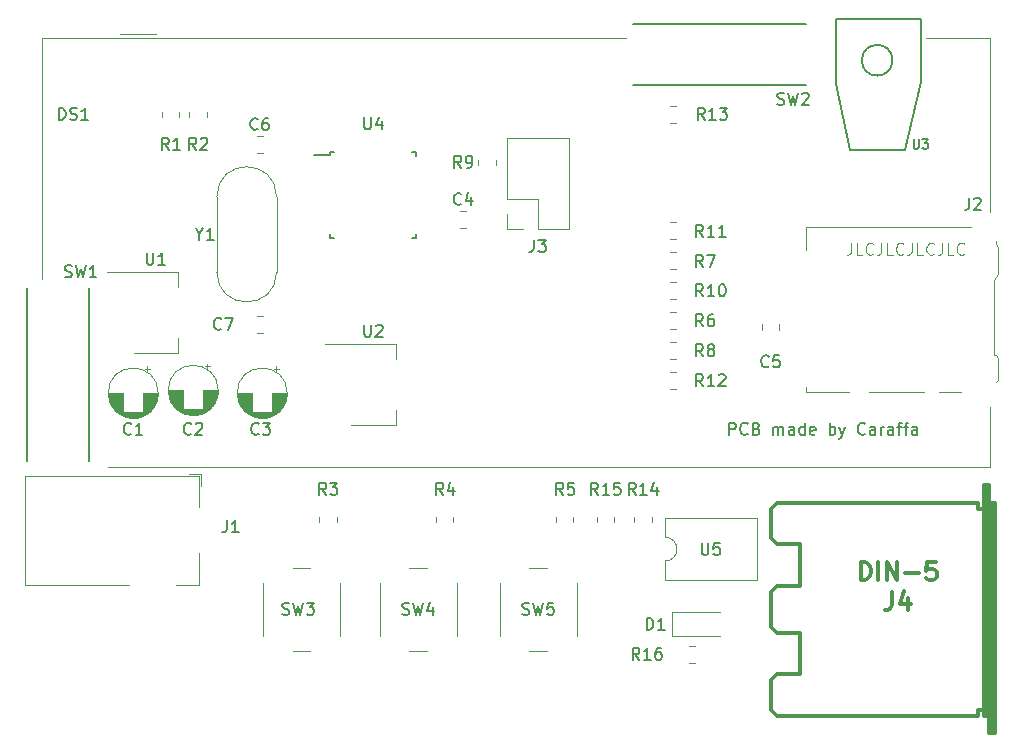
<source format=gbr>
%TF.GenerationSoftware,KiCad,Pcbnew,7.0.2*%
%TF.CreationDate,2023-10-16T21:02:00+02:00*%
%TF.ProjectId,interrupter,696e7465-7272-4757-9074-65722e6b6963,rev?*%
%TF.SameCoordinates,Original*%
%TF.FileFunction,Legend,Top*%
%TF.FilePolarity,Positive*%
%FSLAX46Y46*%
G04 Gerber Fmt 4.6, Leading zero omitted, Abs format (unit mm)*
G04 Created by KiCad (PCBNEW 7.0.2) date 2023-10-16 21:02:00*
%MOMM*%
%LPD*%
G01*
G04 APERTURE LIST*
%ADD10C,0.125000*%
%ADD11C,0.150000*%
%ADD12C,0.300000*%
%ADD13C,0.120000*%
%ADD14C,0.127000*%
%ADD15C,0.100000*%
%ADD16C,0.304800*%
G04 APERTURE END LIST*
D10*
X92535951Y-45182619D02*
X92535951Y-45896904D01*
X92535951Y-45896904D02*
X92488332Y-46039761D01*
X92488332Y-46039761D02*
X92393094Y-46135000D01*
X92393094Y-46135000D02*
X92250237Y-46182619D01*
X92250237Y-46182619D02*
X92154999Y-46182619D01*
X93488332Y-46182619D02*
X93012142Y-46182619D01*
X93012142Y-46182619D02*
X93012142Y-45182619D01*
X94393094Y-46087380D02*
X94345475Y-46135000D01*
X94345475Y-46135000D02*
X94202618Y-46182619D01*
X94202618Y-46182619D02*
X94107380Y-46182619D01*
X94107380Y-46182619D02*
X93964523Y-46135000D01*
X93964523Y-46135000D02*
X93869285Y-46039761D01*
X93869285Y-46039761D02*
X93821666Y-45944523D01*
X93821666Y-45944523D02*
X93774047Y-45754047D01*
X93774047Y-45754047D02*
X93774047Y-45611190D01*
X93774047Y-45611190D02*
X93821666Y-45420714D01*
X93821666Y-45420714D02*
X93869285Y-45325476D01*
X93869285Y-45325476D02*
X93964523Y-45230238D01*
X93964523Y-45230238D02*
X94107380Y-45182619D01*
X94107380Y-45182619D02*
X94202618Y-45182619D01*
X94202618Y-45182619D02*
X94345475Y-45230238D01*
X94345475Y-45230238D02*
X94393094Y-45277857D01*
X95107380Y-45182619D02*
X95107380Y-45896904D01*
X95107380Y-45896904D02*
X95059761Y-46039761D01*
X95059761Y-46039761D02*
X94964523Y-46135000D01*
X94964523Y-46135000D02*
X94821666Y-46182619D01*
X94821666Y-46182619D02*
X94726428Y-46182619D01*
X96059761Y-46182619D02*
X95583571Y-46182619D01*
X95583571Y-46182619D02*
X95583571Y-45182619D01*
X96964523Y-46087380D02*
X96916904Y-46135000D01*
X96916904Y-46135000D02*
X96774047Y-46182619D01*
X96774047Y-46182619D02*
X96678809Y-46182619D01*
X96678809Y-46182619D02*
X96535952Y-46135000D01*
X96535952Y-46135000D02*
X96440714Y-46039761D01*
X96440714Y-46039761D02*
X96393095Y-45944523D01*
X96393095Y-45944523D02*
X96345476Y-45754047D01*
X96345476Y-45754047D02*
X96345476Y-45611190D01*
X96345476Y-45611190D02*
X96393095Y-45420714D01*
X96393095Y-45420714D02*
X96440714Y-45325476D01*
X96440714Y-45325476D02*
X96535952Y-45230238D01*
X96535952Y-45230238D02*
X96678809Y-45182619D01*
X96678809Y-45182619D02*
X96774047Y-45182619D01*
X96774047Y-45182619D02*
X96916904Y-45230238D01*
X96916904Y-45230238D02*
X96964523Y-45277857D01*
X97678809Y-45182619D02*
X97678809Y-45896904D01*
X97678809Y-45896904D02*
X97631190Y-46039761D01*
X97631190Y-46039761D02*
X97535952Y-46135000D01*
X97535952Y-46135000D02*
X97393095Y-46182619D01*
X97393095Y-46182619D02*
X97297857Y-46182619D01*
X98631190Y-46182619D02*
X98155000Y-46182619D01*
X98155000Y-46182619D02*
X98155000Y-45182619D01*
X99535952Y-46087380D02*
X99488333Y-46135000D01*
X99488333Y-46135000D02*
X99345476Y-46182619D01*
X99345476Y-46182619D02*
X99250238Y-46182619D01*
X99250238Y-46182619D02*
X99107381Y-46135000D01*
X99107381Y-46135000D02*
X99012143Y-46039761D01*
X99012143Y-46039761D02*
X98964524Y-45944523D01*
X98964524Y-45944523D02*
X98916905Y-45754047D01*
X98916905Y-45754047D02*
X98916905Y-45611190D01*
X98916905Y-45611190D02*
X98964524Y-45420714D01*
X98964524Y-45420714D02*
X99012143Y-45325476D01*
X99012143Y-45325476D02*
X99107381Y-45230238D01*
X99107381Y-45230238D02*
X99250238Y-45182619D01*
X99250238Y-45182619D02*
X99345476Y-45182619D01*
X99345476Y-45182619D02*
X99488333Y-45230238D01*
X99488333Y-45230238D02*
X99535952Y-45277857D01*
X100250238Y-45182619D02*
X100250238Y-45896904D01*
X100250238Y-45896904D02*
X100202619Y-46039761D01*
X100202619Y-46039761D02*
X100107381Y-46135000D01*
X100107381Y-46135000D02*
X99964524Y-46182619D01*
X99964524Y-46182619D02*
X99869286Y-46182619D01*
X101202619Y-46182619D02*
X100726429Y-46182619D01*
X100726429Y-46182619D02*
X100726429Y-45182619D01*
X102107381Y-46087380D02*
X102059762Y-46135000D01*
X102059762Y-46135000D02*
X101916905Y-46182619D01*
X101916905Y-46182619D02*
X101821667Y-46182619D01*
X101821667Y-46182619D02*
X101678810Y-46135000D01*
X101678810Y-46135000D02*
X101583572Y-46039761D01*
X101583572Y-46039761D02*
X101535953Y-45944523D01*
X101535953Y-45944523D02*
X101488334Y-45754047D01*
X101488334Y-45754047D02*
X101488334Y-45611190D01*
X101488334Y-45611190D02*
X101535953Y-45420714D01*
X101535953Y-45420714D02*
X101583572Y-45325476D01*
X101583572Y-45325476D02*
X101678810Y-45230238D01*
X101678810Y-45230238D02*
X101821667Y-45182619D01*
X101821667Y-45182619D02*
X101916905Y-45182619D01*
X101916905Y-45182619D02*
X102059762Y-45230238D01*
X102059762Y-45230238D02*
X102107381Y-45277857D01*
D11*
X82193808Y-61422619D02*
X82193808Y-60422619D01*
X82193808Y-60422619D02*
X82574760Y-60422619D01*
X82574760Y-60422619D02*
X82669998Y-60470238D01*
X82669998Y-60470238D02*
X82717617Y-60517857D01*
X82717617Y-60517857D02*
X82765236Y-60613095D01*
X82765236Y-60613095D02*
X82765236Y-60755952D01*
X82765236Y-60755952D02*
X82717617Y-60851190D01*
X82717617Y-60851190D02*
X82669998Y-60898809D01*
X82669998Y-60898809D02*
X82574760Y-60946428D01*
X82574760Y-60946428D02*
X82193808Y-60946428D01*
X83765236Y-61327380D02*
X83717617Y-61375000D01*
X83717617Y-61375000D02*
X83574760Y-61422619D01*
X83574760Y-61422619D02*
X83479522Y-61422619D01*
X83479522Y-61422619D02*
X83336665Y-61375000D01*
X83336665Y-61375000D02*
X83241427Y-61279761D01*
X83241427Y-61279761D02*
X83193808Y-61184523D01*
X83193808Y-61184523D02*
X83146189Y-60994047D01*
X83146189Y-60994047D02*
X83146189Y-60851190D01*
X83146189Y-60851190D02*
X83193808Y-60660714D01*
X83193808Y-60660714D02*
X83241427Y-60565476D01*
X83241427Y-60565476D02*
X83336665Y-60470238D01*
X83336665Y-60470238D02*
X83479522Y-60422619D01*
X83479522Y-60422619D02*
X83574760Y-60422619D01*
X83574760Y-60422619D02*
X83717617Y-60470238D01*
X83717617Y-60470238D02*
X83765236Y-60517857D01*
X84527141Y-60898809D02*
X84669998Y-60946428D01*
X84669998Y-60946428D02*
X84717617Y-60994047D01*
X84717617Y-60994047D02*
X84765236Y-61089285D01*
X84765236Y-61089285D02*
X84765236Y-61232142D01*
X84765236Y-61232142D02*
X84717617Y-61327380D01*
X84717617Y-61327380D02*
X84669998Y-61375000D01*
X84669998Y-61375000D02*
X84574760Y-61422619D01*
X84574760Y-61422619D02*
X84193808Y-61422619D01*
X84193808Y-61422619D02*
X84193808Y-60422619D01*
X84193808Y-60422619D02*
X84527141Y-60422619D01*
X84527141Y-60422619D02*
X84622379Y-60470238D01*
X84622379Y-60470238D02*
X84669998Y-60517857D01*
X84669998Y-60517857D02*
X84717617Y-60613095D01*
X84717617Y-60613095D02*
X84717617Y-60708333D01*
X84717617Y-60708333D02*
X84669998Y-60803571D01*
X84669998Y-60803571D02*
X84622379Y-60851190D01*
X84622379Y-60851190D02*
X84527141Y-60898809D01*
X84527141Y-60898809D02*
X84193808Y-60898809D01*
X85955713Y-61422619D02*
X85955713Y-60755952D01*
X85955713Y-60851190D02*
X86003332Y-60803571D01*
X86003332Y-60803571D02*
X86098570Y-60755952D01*
X86098570Y-60755952D02*
X86241427Y-60755952D01*
X86241427Y-60755952D02*
X86336665Y-60803571D01*
X86336665Y-60803571D02*
X86384284Y-60898809D01*
X86384284Y-60898809D02*
X86384284Y-61422619D01*
X86384284Y-60898809D02*
X86431903Y-60803571D01*
X86431903Y-60803571D02*
X86527141Y-60755952D01*
X86527141Y-60755952D02*
X86669998Y-60755952D01*
X86669998Y-60755952D02*
X86765237Y-60803571D01*
X86765237Y-60803571D02*
X86812856Y-60898809D01*
X86812856Y-60898809D02*
X86812856Y-61422619D01*
X87717617Y-61422619D02*
X87717617Y-60898809D01*
X87717617Y-60898809D02*
X87669998Y-60803571D01*
X87669998Y-60803571D02*
X87574760Y-60755952D01*
X87574760Y-60755952D02*
X87384284Y-60755952D01*
X87384284Y-60755952D02*
X87289046Y-60803571D01*
X87717617Y-61375000D02*
X87622379Y-61422619D01*
X87622379Y-61422619D02*
X87384284Y-61422619D01*
X87384284Y-61422619D02*
X87289046Y-61375000D01*
X87289046Y-61375000D02*
X87241427Y-61279761D01*
X87241427Y-61279761D02*
X87241427Y-61184523D01*
X87241427Y-61184523D02*
X87289046Y-61089285D01*
X87289046Y-61089285D02*
X87384284Y-61041666D01*
X87384284Y-61041666D02*
X87622379Y-61041666D01*
X87622379Y-61041666D02*
X87717617Y-60994047D01*
X88622379Y-61422619D02*
X88622379Y-60422619D01*
X88622379Y-61375000D02*
X88527141Y-61422619D01*
X88527141Y-61422619D02*
X88336665Y-61422619D01*
X88336665Y-61422619D02*
X88241427Y-61375000D01*
X88241427Y-61375000D02*
X88193808Y-61327380D01*
X88193808Y-61327380D02*
X88146189Y-61232142D01*
X88146189Y-61232142D02*
X88146189Y-60946428D01*
X88146189Y-60946428D02*
X88193808Y-60851190D01*
X88193808Y-60851190D02*
X88241427Y-60803571D01*
X88241427Y-60803571D02*
X88336665Y-60755952D01*
X88336665Y-60755952D02*
X88527141Y-60755952D01*
X88527141Y-60755952D02*
X88622379Y-60803571D01*
X89479522Y-61375000D02*
X89384284Y-61422619D01*
X89384284Y-61422619D02*
X89193808Y-61422619D01*
X89193808Y-61422619D02*
X89098570Y-61375000D01*
X89098570Y-61375000D02*
X89050951Y-61279761D01*
X89050951Y-61279761D02*
X89050951Y-60898809D01*
X89050951Y-60898809D02*
X89098570Y-60803571D01*
X89098570Y-60803571D02*
X89193808Y-60755952D01*
X89193808Y-60755952D02*
X89384284Y-60755952D01*
X89384284Y-60755952D02*
X89479522Y-60803571D01*
X89479522Y-60803571D02*
X89527141Y-60898809D01*
X89527141Y-60898809D02*
X89527141Y-60994047D01*
X89527141Y-60994047D02*
X89050951Y-61089285D01*
X90717618Y-61422619D02*
X90717618Y-60422619D01*
X90717618Y-60803571D02*
X90812856Y-60755952D01*
X90812856Y-60755952D02*
X91003332Y-60755952D01*
X91003332Y-60755952D02*
X91098570Y-60803571D01*
X91098570Y-60803571D02*
X91146189Y-60851190D01*
X91146189Y-60851190D02*
X91193808Y-60946428D01*
X91193808Y-60946428D02*
X91193808Y-61232142D01*
X91193808Y-61232142D02*
X91146189Y-61327380D01*
X91146189Y-61327380D02*
X91098570Y-61375000D01*
X91098570Y-61375000D02*
X91003332Y-61422619D01*
X91003332Y-61422619D02*
X90812856Y-61422619D01*
X90812856Y-61422619D02*
X90717618Y-61375000D01*
X91527142Y-60755952D02*
X91765237Y-61422619D01*
X92003332Y-60755952D02*
X91765237Y-61422619D01*
X91765237Y-61422619D02*
X91669999Y-61660714D01*
X91669999Y-61660714D02*
X91622380Y-61708333D01*
X91622380Y-61708333D02*
X91527142Y-61755952D01*
X93717618Y-61327380D02*
X93669999Y-61375000D01*
X93669999Y-61375000D02*
X93527142Y-61422619D01*
X93527142Y-61422619D02*
X93431904Y-61422619D01*
X93431904Y-61422619D02*
X93289047Y-61375000D01*
X93289047Y-61375000D02*
X93193809Y-61279761D01*
X93193809Y-61279761D02*
X93146190Y-61184523D01*
X93146190Y-61184523D02*
X93098571Y-60994047D01*
X93098571Y-60994047D02*
X93098571Y-60851190D01*
X93098571Y-60851190D02*
X93146190Y-60660714D01*
X93146190Y-60660714D02*
X93193809Y-60565476D01*
X93193809Y-60565476D02*
X93289047Y-60470238D01*
X93289047Y-60470238D02*
X93431904Y-60422619D01*
X93431904Y-60422619D02*
X93527142Y-60422619D01*
X93527142Y-60422619D02*
X93669999Y-60470238D01*
X93669999Y-60470238D02*
X93717618Y-60517857D01*
X94574761Y-61422619D02*
X94574761Y-60898809D01*
X94574761Y-60898809D02*
X94527142Y-60803571D01*
X94527142Y-60803571D02*
X94431904Y-60755952D01*
X94431904Y-60755952D02*
X94241428Y-60755952D01*
X94241428Y-60755952D02*
X94146190Y-60803571D01*
X94574761Y-61375000D02*
X94479523Y-61422619D01*
X94479523Y-61422619D02*
X94241428Y-61422619D01*
X94241428Y-61422619D02*
X94146190Y-61375000D01*
X94146190Y-61375000D02*
X94098571Y-61279761D01*
X94098571Y-61279761D02*
X94098571Y-61184523D01*
X94098571Y-61184523D02*
X94146190Y-61089285D01*
X94146190Y-61089285D02*
X94241428Y-61041666D01*
X94241428Y-61041666D02*
X94479523Y-61041666D01*
X94479523Y-61041666D02*
X94574761Y-60994047D01*
X95050952Y-61422619D02*
X95050952Y-60755952D01*
X95050952Y-60946428D02*
X95098571Y-60851190D01*
X95098571Y-60851190D02*
X95146190Y-60803571D01*
X95146190Y-60803571D02*
X95241428Y-60755952D01*
X95241428Y-60755952D02*
X95336666Y-60755952D01*
X96098571Y-61422619D02*
X96098571Y-60898809D01*
X96098571Y-60898809D02*
X96050952Y-60803571D01*
X96050952Y-60803571D02*
X95955714Y-60755952D01*
X95955714Y-60755952D02*
X95765238Y-60755952D01*
X95765238Y-60755952D02*
X95670000Y-60803571D01*
X96098571Y-61375000D02*
X96003333Y-61422619D01*
X96003333Y-61422619D02*
X95765238Y-61422619D01*
X95765238Y-61422619D02*
X95670000Y-61375000D01*
X95670000Y-61375000D02*
X95622381Y-61279761D01*
X95622381Y-61279761D02*
X95622381Y-61184523D01*
X95622381Y-61184523D02*
X95670000Y-61089285D01*
X95670000Y-61089285D02*
X95765238Y-61041666D01*
X95765238Y-61041666D02*
X96003333Y-61041666D01*
X96003333Y-61041666D02*
X96098571Y-60994047D01*
X96431905Y-60755952D02*
X96812857Y-60755952D01*
X96574762Y-61422619D02*
X96574762Y-60565476D01*
X96574762Y-60565476D02*
X96622381Y-60470238D01*
X96622381Y-60470238D02*
X96717619Y-60422619D01*
X96717619Y-60422619D02*
X96812857Y-60422619D01*
X97003334Y-60755952D02*
X97384286Y-60755952D01*
X97146191Y-61422619D02*
X97146191Y-60565476D01*
X97146191Y-60565476D02*
X97193810Y-60470238D01*
X97193810Y-60470238D02*
X97289048Y-60422619D01*
X97289048Y-60422619D02*
X97384286Y-60422619D01*
X98146191Y-61422619D02*
X98146191Y-60898809D01*
X98146191Y-60898809D02*
X98098572Y-60803571D01*
X98098572Y-60803571D02*
X98003334Y-60755952D01*
X98003334Y-60755952D02*
X97812858Y-60755952D01*
X97812858Y-60755952D02*
X97717620Y-60803571D01*
X98146191Y-61375000D02*
X98050953Y-61422619D01*
X98050953Y-61422619D02*
X97812858Y-61422619D01*
X97812858Y-61422619D02*
X97717620Y-61375000D01*
X97717620Y-61375000D02*
X97670001Y-61279761D01*
X97670001Y-61279761D02*
X97670001Y-61184523D01*
X97670001Y-61184523D02*
X97717620Y-61089285D01*
X97717620Y-61089285D02*
X97812858Y-61041666D01*
X97812858Y-61041666D02*
X98050953Y-61041666D01*
X98050953Y-61041666D02*
X98146191Y-60994047D01*
%TO.C,U4*%
X51308095Y-34562619D02*
X51308095Y-35372142D01*
X51308095Y-35372142D02*
X51355714Y-35467380D01*
X51355714Y-35467380D02*
X51403333Y-35515000D01*
X51403333Y-35515000D02*
X51498571Y-35562619D01*
X51498571Y-35562619D02*
X51689047Y-35562619D01*
X51689047Y-35562619D02*
X51784285Y-35515000D01*
X51784285Y-35515000D02*
X51831904Y-35467380D01*
X51831904Y-35467380D02*
X51879523Y-35372142D01*
X51879523Y-35372142D02*
X51879523Y-34562619D01*
X52784285Y-34895952D02*
X52784285Y-35562619D01*
X52546190Y-34515000D02*
X52308095Y-35229285D01*
X52308095Y-35229285D02*
X52927142Y-35229285D01*
%TO.C,R15*%
X71112142Y-66502619D02*
X70778809Y-66026428D01*
X70540714Y-66502619D02*
X70540714Y-65502619D01*
X70540714Y-65502619D02*
X70921666Y-65502619D01*
X70921666Y-65502619D02*
X71016904Y-65550238D01*
X71016904Y-65550238D02*
X71064523Y-65597857D01*
X71064523Y-65597857D02*
X71112142Y-65693095D01*
X71112142Y-65693095D02*
X71112142Y-65835952D01*
X71112142Y-65835952D02*
X71064523Y-65931190D01*
X71064523Y-65931190D02*
X71016904Y-65978809D01*
X71016904Y-65978809D02*
X70921666Y-66026428D01*
X70921666Y-66026428D02*
X70540714Y-66026428D01*
X72064523Y-66502619D02*
X71493095Y-66502619D01*
X71778809Y-66502619D02*
X71778809Y-65502619D01*
X71778809Y-65502619D02*
X71683571Y-65645476D01*
X71683571Y-65645476D02*
X71588333Y-65740714D01*
X71588333Y-65740714D02*
X71493095Y-65788333D01*
X72969285Y-65502619D02*
X72493095Y-65502619D01*
X72493095Y-65502619D02*
X72445476Y-65978809D01*
X72445476Y-65978809D02*
X72493095Y-65931190D01*
X72493095Y-65931190D02*
X72588333Y-65883571D01*
X72588333Y-65883571D02*
X72826428Y-65883571D01*
X72826428Y-65883571D02*
X72921666Y-65931190D01*
X72921666Y-65931190D02*
X72969285Y-65978809D01*
X72969285Y-65978809D02*
X73016904Y-66074047D01*
X73016904Y-66074047D02*
X73016904Y-66312142D01*
X73016904Y-66312142D02*
X72969285Y-66407380D01*
X72969285Y-66407380D02*
X72921666Y-66455000D01*
X72921666Y-66455000D02*
X72826428Y-66502619D01*
X72826428Y-66502619D02*
X72588333Y-66502619D01*
X72588333Y-66502619D02*
X72493095Y-66455000D01*
X72493095Y-66455000D02*
X72445476Y-66407380D01*
%TO.C,C6*%
X42298333Y-35517380D02*
X42250714Y-35565000D01*
X42250714Y-35565000D02*
X42107857Y-35612619D01*
X42107857Y-35612619D02*
X42012619Y-35612619D01*
X42012619Y-35612619D02*
X41869762Y-35565000D01*
X41869762Y-35565000D02*
X41774524Y-35469761D01*
X41774524Y-35469761D02*
X41726905Y-35374523D01*
X41726905Y-35374523D02*
X41679286Y-35184047D01*
X41679286Y-35184047D02*
X41679286Y-35041190D01*
X41679286Y-35041190D02*
X41726905Y-34850714D01*
X41726905Y-34850714D02*
X41774524Y-34755476D01*
X41774524Y-34755476D02*
X41869762Y-34660238D01*
X41869762Y-34660238D02*
X42012619Y-34612619D01*
X42012619Y-34612619D02*
X42107857Y-34612619D01*
X42107857Y-34612619D02*
X42250714Y-34660238D01*
X42250714Y-34660238D02*
X42298333Y-34707857D01*
X43155476Y-34612619D02*
X42965000Y-34612619D01*
X42965000Y-34612619D02*
X42869762Y-34660238D01*
X42869762Y-34660238D02*
X42822143Y-34707857D01*
X42822143Y-34707857D02*
X42726905Y-34850714D01*
X42726905Y-34850714D02*
X42679286Y-35041190D01*
X42679286Y-35041190D02*
X42679286Y-35422142D01*
X42679286Y-35422142D02*
X42726905Y-35517380D01*
X42726905Y-35517380D02*
X42774524Y-35565000D01*
X42774524Y-35565000D02*
X42869762Y-35612619D01*
X42869762Y-35612619D02*
X43060238Y-35612619D01*
X43060238Y-35612619D02*
X43155476Y-35565000D01*
X43155476Y-35565000D02*
X43203095Y-35517380D01*
X43203095Y-35517380D02*
X43250714Y-35422142D01*
X43250714Y-35422142D02*
X43250714Y-35184047D01*
X43250714Y-35184047D02*
X43203095Y-35088809D01*
X43203095Y-35088809D02*
X43155476Y-35041190D01*
X43155476Y-35041190D02*
X43060238Y-34993571D01*
X43060238Y-34993571D02*
X42869762Y-34993571D01*
X42869762Y-34993571D02*
X42774524Y-35041190D01*
X42774524Y-35041190D02*
X42726905Y-35088809D01*
X42726905Y-35088809D02*
X42679286Y-35184047D01*
%TO.C,R14*%
X74287142Y-66502619D02*
X73953809Y-66026428D01*
X73715714Y-66502619D02*
X73715714Y-65502619D01*
X73715714Y-65502619D02*
X74096666Y-65502619D01*
X74096666Y-65502619D02*
X74191904Y-65550238D01*
X74191904Y-65550238D02*
X74239523Y-65597857D01*
X74239523Y-65597857D02*
X74287142Y-65693095D01*
X74287142Y-65693095D02*
X74287142Y-65835952D01*
X74287142Y-65835952D02*
X74239523Y-65931190D01*
X74239523Y-65931190D02*
X74191904Y-65978809D01*
X74191904Y-65978809D02*
X74096666Y-66026428D01*
X74096666Y-66026428D02*
X73715714Y-66026428D01*
X75239523Y-66502619D02*
X74668095Y-66502619D01*
X74953809Y-66502619D02*
X74953809Y-65502619D01*
X74953809Y-65502619D02*
X74858571Y-65645476D01*
X74858571Y-65645476D02*
X74763333Y-65740714D01*
X74763333Y-65740714D02*
X74668095Y-65788333D01*
X76096666Y-65835952D02*
X76096666Y-66502619D01*
X75858571Y-65455000D02*
X75620476Y-66169285D01*
X75620476Y-66169285D02*
X76239523Y-66169285D01*
%TO.C,U2*%
X51308095Y-52112619D02*
X51308095Y-52922142D01*
X51308095Y-52922142D02*
X51355714Y-53017380D01*
X51355714Y-53017380D02*
X51403333Y-53065000D01*
X51403333Y-53065000D02*
X51498571Y-53112619D01*
X51498571Y-53112619D02*
X51689047Y-53112619D01*
X51689047Y-53112619D02*
X51784285Y-53065000D01*
X51784285Y-53065000D02*
X51831904Y-53017380D01*
X51831904Y-53017380D02*
X51879523Y-52922142D01*
X51879523Y-52922142D02*
X51879523Y-52112619D01*
X52308095Y-52207857D02*
X52355714Y-52160238D01*
X52355714Y-52160238D02*
X52450952Y-52112619D01*
X52450952Y-52112619D02*
X52689047Y-52112619D01*
X52689047Y-52112619D02*
X52784285Y-52160238D01*
X52784285Y-52160238D02*
X52831904Y-52207857D01*
X52831904Y-52207857D02*
X52879523Y-52303095D01*
X52879523Y-52303095D02*
X52879523Y-52398333D01*
X52879523Y-52398333D02*
X52831904Y-52541190D01*
X52831904Y-52541190D02*
X52260476Y-53112619D01*
X52260476Y-53112619D02*
X52879523Y-53112619D01*
%TO.C,U3*%
X97825074Y-36406865D02*
X97825074Y-37044286D01*
X97825074Y-37044286D02*
X97862570Y-37119276D01*
X97862570Y-37119276D02*
X97900065Y-37156772D01*
X97900065Y-37156772D02*
X97975056Y-37194267D01*
X97975056Y-37194267D02*
X98125037Y-37194267D01*
X98125037Y-37194267D02*
X98200028Y-37156772D01*
X98200028Y-37156772D02*
X98237523Y-37119276D01*
X98237523Y-37119276D02*
X98275018Y-37044286D01*
X98275018Y-37044286D02*
X98275018Y-36406865D01*
X98574981Y-36406865D02*
X99062420Y-36406865D01*
X99062420Y-36406865D02*
X98799953Y-36706828D01*
X98799953Y-36706828D02*
X98912439Y-36706828D01*
X98912439Y-36706828D02*
X98987429Y-36744323D01*
X98987429Y-36744323D02*
X99024925Y-36781818D01*
X99024925Y-36781818D02*
X99062420Y-36856809D01*
X99062420Y-36856809D02*
X99062420Y-37044286D01*
X99062420Y-37044286D02*
X99024925Y-37119276D01*
X99024925Y-37119276D02*
X98987429Y-37156772D01*
X98987429Y-37156772D02*
X98912439Y-37194267D01*
X98912439Y-37194267D02*
X98687467Y-37194267D01*
X98687467Y-37194267D02*
X98612476Y-37156772D01*
X98612476Y-37156772D02*
X98574981Y-37119276D01*
%TO.C,R7*%
X80002142Y-47198619D02*
X79668809Y-46722428D01*
X79430714Y-47198619D02*
X79430714Y-46198619D01*
X79430714Y-46198619D02*
X79811666Y-46198619D01*
X79811666Y-46198619D02*
X79906904Y-46246238D01*
X79906904Y-46246238D02*
X79954523Y-46293857D01*
X79954523Y-46293857D02*
X80002142Y-46389095D01*
X80002142Y-46389095D02*
X80002142Y-46531952D01*
X80002142Y-46531952D02*
X79954523Y-46627190D01*
X79954523Y-46627190D02*
X79906904Y-46674809D01*
X79906904Y-46674809D02*
X79811666Y-46722428D01*
X79811666Y-46722428D02*
X79430714Y-46722428D01*
X80335476Y-46198619D02*
X81002142Y-46198619D01*
X81002142Y-46198619D02*
X80573571Y-47198619D01*
%TO.C,R12*%
X80002142Y-57312619D02*
X79668809Y-56836428D01*
X79430714Y-57312619D02*
X79430714Y-56312619D01*
X79430714Y-56312619D02*
X79811666Y-56312619D01*
X79811666Y-56312619D02*
X79906904Y-56360238D01*
X79906904Y-56360238D02*
X79954523Y-56407857D01*
X79954523Y-56407857D02*
X80002142Y-56503095D01*
X80002142Y-56503095D02*
X80002142Y-56645952D01*
X80002142Y-56645952D02*
X79954523Y-56741190D01*
X79954523Y-56741190D02*
X79906904Y-56788809D01*
X79906904Y-56788809D02*
X79811666Y-56836428D01*
X79811666Y-56836428D02*
X79430714Y-56836428D01*
X80954523Y-57312619D02*
X80383095Y-57312619D01*
X80668809Y-57312619D02*
X80668809Y-56312619D01*
X80668809Y-56312619D02*
X80573571Y-56455476D01*
X80573571Y-56455476D02*
X80478333Y-56550714D01*
X80478333Y-56550714D02*
X80383095Y-56598333D01*
X81335476Y-56407857D02*
X81383095Y-56360238D01*
X81383095Y-56360238D02*
X81478333Y-56312619D01*
X81478333Y-56312619D02*
X81716428Y-56312619D01*
X81716428Y-56312619D02*
X81811666Y-56360238D01*
X81811666Y-56360238D02*
X81859285Y-56407857D01*
X81859285Y-56407857D02*
X81906904Y-56503095D01*
X81906904Y-56503095D02*
X81906904Y-56598333D01*
X81906904Y-56598333D02*
X81859285Y-56741190D01*
X81859285Y-56741190D02*
X81287857Y-57312619D01*
X81287857Y-57312619D02*
X81906904Y-57312619D01*
%TO.C,DS1*%
X25455714Y-34752619D02*
X25455714Y-33752619D01*
X25455714Y-33752619D02*
X25693809Y-33752619D01*
X25693809Y-33752619D02*
X25836666Y-33800238D01*
X25836666Y-33800238D02*
X25931904Y-33895476D01*
X25931904Y-33895476D02*
X25979523Y-33990714D01*
X25979523Y-33990714D02*
X26027142Y-34181190D01*
X26027142Y-34181190D02*
X26027142Y-34324047D01*
X26027142Y-34324047D02*
X25979523Y-34514523D01*
X25979523Y-34514523D02*
X25931904Y-34609761D01*
X25931904Y-34609761D02*
X25836666Y-34705000D01*
X25836666Y-34705000D02*
X25693809Y-34752619D01*
X25693809Y-34752619D02*
X25455714Y-34752619D01*
X26408095Y-34705000D02*
X26550952Y-34752619D01*
X26550952Y-34752619D02*
X26789047Y-34752619D01*
X26789047Y-34752619D02*
X26884285Y-34705000D01*
X26884285Y-34705000D02*
X26931904Y-34657380D01*
X26931904Y-34657380D02*
X26979523Y-34562142D01*
X26979523Y-34562142D02*
X26979523Y-34466904D01*
X26979523Y-34466904D02*
X26931904Y-34371666D01*
X26931904Y-34371666D02*
X26884285Y-34324047D01*
X26884285Y-34324047D02*
X26789047Y-34276428D01*
X26789047Y-34276428D02*
X26598571Y-34228809D01*
X26598571Y-34228809D02*
X26503333Y-34181190D01*
X26503333Y-34181190D02*
X26455714Y-34133571D01*
X26455714Y-34133571D02*
X26408095Y-34038333D01*
X26408095Y-34038333D02*
X26408095Y-33943095D01*
X26408095Y-33943095D02*
X26455714Y-33847857D01*
X26455714Y-33847857D02*
X26503333Y-33800238D01*
X26503333Y-33800238D02*
X26598571Y-33752619D01*
X26598571Y-33752619D02*
X26836666Y-33752619D01*
X26836666Y-33752619D02*
X26979523Y-33800238D01*
X27931904Y-34752619D02*
X27360476Y-34752619D01*
X27646190Y-34752619D02*
X27646190Y-33752619D01*
X27646190Y-33752619D02*
X27550952Y-33895476D01*
X27550952Y-33895476D02*
X27455714Y-33990714D01*
X27455714Y-33990714D02*
X27360476Y-34038333D01*
%TO.C,C2*%
X36663333Y-61327380D02*
X36615714Y-61375000D01*
X36615714Y-61375000D02*
X36472857Y-61422619D01*
X36472857Y-61422619D02*
X36377619Y-61422619D01*
X36377619Y-61422619D02*
X36234762Y-61375000D01*
X36234762Y-61375000D02*
X36139524Y-61279761D01*
X36139524Y-61279761D02*
X36091905Y-61184523D01*
X36091905Y-61184523D02*
X36044286Y-60994047D01*
X36044286Y-60994047D02*
X36044286Y-60851190D01*
X36044286Y-60851190D02*
X36091905Y-60660714D01*
X36091905Y-60660714D02*
X36139524Y-60565476D01*
X36139524Y-60565476D02*
X36234762Y-60470238D01*
X36234762Y-60470238D02*
X36377619Y-60422619D01*
X36377619Y-60422619D02*
X36472857Y-60422619D01*
X36472857Y-60422619D02*
X36615714Y-60470238D01*
X36615714Y-60470238D02*
X36663333Y-60517857D01*
X37044286Y-60517857D02*
X37091905Y-60470238D01*
X37091905Y-60470238D02*
X37187143Y-60422619D01*
X37187143Y-60422619D02*
X37425238Y-60422619D01*
X37425238Y-60422619D02*
X37520476Y-60470238D01*
X37520476Y-60470238D02*
X37568095Y-60517857D01*
X37568095Y-60517857D02*
X37615714Y-60613095D01*
X37615714Y-60613095D02*
X37615714Y-60708333D01*
X37615714Y-60708333D02*
X37568095Y-60851190D01*
X37568095Y-60851190D02*
X36996667Y-61422619D01*
X36996667Y-61422619D02*
X37615714Y-61422619D01*
%TO.C,C5*%
X85558333Y-55612380D02*
X85510714Y-55660000D01*
X85510714Y-55660000D02*
X85367857Y-55707619D01*
X85367857Y-55707619D02*
X85272619Y-55707619D01*
X85272619Y-55707619D02*
X85129762Y-55660000D01*
X85129762Y-55660000D02*
X85034524Y-55564761D01*
X85034524Y-55564761D02*
X84986905Y-55469523D01*
X84986905Y-55469523D02*
X84939286Y-55279047D01*
X84939286Y-55279047D02*
X84939286Y-55136190D01*
X84939286Y-55136190D02*
X84986905Y-54945714D01*
X84986905Y-54945714D02*
X85034524Y-54850476D01*
X85034524Y-54850476D02*
X85129762Y-54755238D01*
X85129762Y-54755238D02*
X85272619Y-54707619D01*
X85272619Y-54707619D02*
X85367857Y-54707619D01*
X85367857Y-54707619D02*
X85510714Y-54755238D01*
X85510714Y-54755238D02*
X85558333Y-54802857D01*
X86463095Y-54707619D02*
X85986905Y-54707619D01*
X85986905Y-54707619D02*
X85939286Y-55183809D01*
X85939286Y-55183809D02*
X85986905Y-55136190D01*
X85986905Y-55136190D02*
X86082143Y-55088571D01*
X86082143Y-55088571D02*
X86320238Y-55088571D01*
X86320238Y-55088571D02*
X86415476Y-55136190D01*
X86415476Y-55136190D02*
X86463095Y-55183809D01*
X86463095Y-55183809D02*
X86510714Y-55279047D01*
X86510714Y-55279047D02*
X86510714Y-55517142D01*
X86510714Y-55517142D02*
X86463095Y-55612380D01*
X86463095Y-55612380D02*
X86415476Y-55660000D01*
X86415476Y-55660000D02*
X86320238Y-55707619D01*
X86320238Y-55707619D02*
X86082143Y-55707619D01*
X86082143Y-55707619D02*
X85986905Y-55660000D01*
X85986905Y-55660000D02*
X85939286Y-55612380D01*
%TO.C,R16*%
X74602142Y-80472619D02*
X74268809Y-79996428D01*
X74030714Y-80472619D02*
X74030714Y-79472619D01*
X74030714Y-79472619D02*
X74411666Y-79472619D01*
X74411666Y-79472619D02*
X74506904Y-79520238D01*
X74506904Y-79520238D02*
X74554523Y-79567857D01*
X74554523Y-79567857D02*
X74602142Y-79663095D01*
X74602142Y-79663095D02*
X74602142Y-79805952D01*
X74602142Y-79805952D02*
X74554523Y-79901190D01*
X74554523Y-79901190D02*
X74506904Y-79948809D01*
X74506904Y-79948809D02*
X74411666Y-79996428D01*
X74411666Y-79996428D02*
X74030714Y-79996428D01*
X75554523Y-80472619D02*
X74983095Y-80472619D01*
X75268809Y-80472619D02*
X75268809Y-79472619D01*
X75268809Y-79472619D02*
X75173571Y-79615476D01*
X75173571Y-79615476D02*
X75078333Y-79710714D01*
X75078333Y-79710714D02*
X74983095Y-79758333D01*
X76411666Y-79472619D02*
X76221190Y-79472619D01*
X76221190Y-79472619D02*
X76125952Y-79520238D01*
X76125952Y-79520238D02*
X76078333Y-79567857D01*
X76078333Y-79567857D02*
X75983095Y-79710714D01*
X75983095Y-79710714D02*
X75935476Y-79901190D01*
X75935476Y-79901190D02*
X75935476Y-80282142D01*
X75935476Y-80282142D02*
X75983095Y-80377380D01*
X75983095Y-80377380D02*
X76030714Y-80425000D01*
X76030714Y-80425000D02*
X76125952Y-80472619D01*
X76125952Y-80472619D02*
X76316428Y-80472619D01*
X76316428Y-80472619D02*
X76411666Y-80425000D01*
X76411666Y-80425000D02*
X76459285Y-80377380D01*
X76459285Y-80377380D02*
X76506904Y-80282142D01*
X76506904Y-80282142D02*
X76506904Y-80044047D01*
X76506904Y-80044047D02*
X76459285Y-79948809D01*
X76459285Y-79948809D02*
X76411666Y-79901190D01*
X76411666Y-79901190D02*
X76316428Y-79853571D01*
X76316428Y-79853571D02*
X76125952Y-79853571D01*
X76125952Y-79853571D02*
X76030714Y-79901190D01*
X76030714Y-79901190D02*
X75983095Y-79948809D01*
X75983095Y-79948809D02*
X75935476Y-80044047D01*
%TO.C,R1*%
X34758333Y-37292619D02*
X34425000Y-36816428D01*
X34186905Y-37292619D02*
X34186905Y-36292619D01*
X34186905Y-36292619D02*
X34567857Y-36292619D01*
X34567857Y-36292619D02*
X34663095Y-36340238D01*
X34663095Y-36340238D02*
X34710714Y-36387857D01*
X34710714Y-36387857D02*
X34758333Y-36483095D01*
X34758333Y-36483095D02*
X34758333Y-36625952D01*
X34758333Y-36625952D02*
X34710714Y-36721190D01*
X34710714Y-36721190D02*
X34663095Y-36768809D01*
X34663095Y-36768809D02*
X34567857Y-36816428D01*
X34567857Y-36816428D02*
X34186905Y-36816428D01*
X35710714Y-37292619D02*
X35139286Y-37292619D01*
X35425000Y-37292619D02*
X35425000Y-36292619D01*
X35425000Y-36292619D02*
X35329762Y-36435476D01*
X35329762Y-36435476D02*
X35234524Y-36530714D01*
X35234524Y-36530714D02*
X35139286Y-36578333D01*
%TO.C,R13*%
X80129142Y-34752619D02*
X79795809Y-34276428D01*
X79557714Y-34752619D02*
X79557714Y-33752619D01*
X79557714Y-33752619D02*
X79938666Y-33752619D01*
X79938666Y-33752619D02*
X80033904Y-33800238D01*
X80033904Y-33800238D02*
X80081523Y-33847857D01*
X80081523Y-33847857D02*
X80129142Y-33943095D01*
X80129142Y-33943095D02*
X80129142Y-34085952D01*
X80129142Y-34085952D02*
X80081523Y-34181190D01*
X80081523Y-34181190D02*
X80033904Y-34228809D01*
X80033904Y-34228809D02*
X79938666Y-34276428D01*
X79938666Y-34276428D02*
X79557714Y-34276428D01*
X81081523Y-34752619D02*
X80510095Y-34752619D01*
X80795809Y-34752619D02*
X80795809Y-33752619D01*
X80795809Y-33752619D02*
X80700571Y-33895476D01*
X80700571Y-33895476D02*
X80605333Y-33990714D01*
X80605333Y-33990714D02*
X80510095Y-34038333D01*
X81414857Y-33752619D02*
X82033904Y-33752619D01*
X82033904Y-33752619D02*
X81700571Y-34133571D01*
X81700571Y-34133571D02*
X81843428Y-34133571D01*
X81843428Y-34133571D02*
X81938666Y-34181190D01*
X81938666Y-34181190D02*
X81986285Y-34228809D01*
X81986285Y-34228809D02*
X82033904Y-34324047D01*
X82033904Y-34324047D02*
X82033904Y-34562142D01*
X82033904Y-34562142D02*
X81986285Y-34657380D01*
X81986285Y-34657380D02*
X81938666Y-34705000D01*
X81938666Y-34705000D02*
X81843428Y-34752619D01*
X81843428Y-34752619D02*
X81557714Y-34752619D01*
X81557714Y-34752619D02*
X81462476Y-34705000D01*
X81462476Y-34705000D02*
X81414857Y-34657380D01*
%TO.C,C7*%
X39203333Y-52437380D02*
X39155714Y-52485000D01*
X39155714Y-52485000D02*
X39012857Y-52532619D01*
X39012857Y-52532619D02*
X38917619Y-52532619D01*
X38917619Y-52532619D02*
X38774762Y-52485000D01*
X38774762Y-52485000D02*
X38679524Y-52389761D01*
X38679524Y-52389761D02*
X38631905Y-52294523D01*
X38631905Y-52294523D02*
X38584286Y-52104047D01*
X38584286Y-52104047D02*
X38584286Y-51961190D01*
X38584286Y-51961190D02*
X38631905Y-51770714D01*
X38631905Y-51770714D02*
X38679524Y-51675476D01*
X38679524Y-51675476D02*
X38774762Y-51580238D01*
X38774762Y-51580238D02*
X38917619Y-51532619D01*
X38917619Y-51532619D02*
X39012857Y-51532619D01*
X39012857Y-51532619D02*
X39155714Y-51580238D01*
X39155714Y-51580238D02*
X39203333Y-51627857D01*
X39536667Y-51532619D02*
X40203333Y-51532619D01*
X40203333Y-51532619D02*
X39774762Y-52532619D01*
%TO.C,R11*%
X80002142Y-44658619D02*
X79668809Y-44182428D01*
X79430714Y-44658619D02*
X79430714Y-43658619D01*
X79430714Y-43658619D02*
X79811666Y-43658619D01*
X79811666Y-43658619D02*
X79906904Y-43706238D01*
X79906904Y-43706238D02*
X79954523Y-43753857D01*
X79954523Y-43753857D02*
X80002142Y-43849095D01*
X80002142Y-43849095D02*
X80002142Y-43991952D01*
X80002142Y-43991952D02*
X79954523Y-44087190D01*
X79954523Y-44087190D02*
X79906904Y-44134809D01*
X79906904Y-44134809D02*
X79811666Y-44182428D01*
X79811666Y-44182428D02*
X79430714Y-44182428D01*
X80954523Y-44658619D02*
X80383095Y-44658619D01*
X80668809Y-44658619D02*
X80668809Y-43658619D01*
X80668809Y-43658619D02*
X80573571Y-43801476D01*
X80573571Y-43801476D02*
X80478333Y-43896714D01*
X80478333Y-43896714D02*
X80383095Y-43944333D01*
X81906904Y-44658619D02*
X81335476Y-44658619D01*
X81621190Y-44658619D02*
X81621190Y-43658619D01*
X81621190Y-43658619D02*
X81525952Y-43801476D01*
X81525952Y-43801476D02*
X81430714Y-43896714D01*
X81430714Y-43896714D02*
X81335476Y-43944333D01*
%TO.C,D1*%
X75221905Y-77932619D02*
X75221905Y-76932619D01*
X75221905Y-76932619D02*
X75460000Y-76932619D01*
X75460000Y-76932619D02*
X75602857Y-76980238D01*
X75602857Y-76980238D02*
X75698095Y-77075476D01*
X75698095Y-77075476D02*
X75745714Y-77170714D01*
X75745714Y-77170714D02*
X75793333Y-77361190D01*
X75793333Y-77361190D02*
X75793333Y-77504047D01*
X75793333Y-77504047D02*
X75745714Y-77694523D01*
X75745714Y-77694523D02*
X75698095Y-77789761D01*
X75698095Y-77789761D02*
X75602857Y-77885000D01*
X75602857Y-77885000D02*
X75460000Y-77932619D01*
X75460000Y-77932619D02*
X75221905Y-77932619D01*
X76745714Y-77932619D02*
X76174286Y-77932619D01*
X76460000Y-77932619D02*
X76460000Y-76932619D01*
X76460000Y-76932619D02*
X76364762Y-77075476D01*
X76364762Y-77075476D02*
X76269524Y-77170714D01*
X76269524Y-77170714D02*
X76174286Y-77218333D01*
%TO.C,C3*%
X42378333Y-61327380D02*
X42330714Y-61375000D01*
X42330714Y-61375000D02*
X42187857Y-61422619D01*
X42187857Y-61422619D02*
X42092619Y-61422619D01*
X42092619Y-61422619D02*
X41949762Y-61375000D01*
X41949762Y-61375000D02*
X41854524Y-61279761D01*
X41854524Y-61279761D02*
X41806905Y-61184523D01*
X41806905Y-61184523D02*
X41759286Y-60994047D01*
X41759286Y-60994047D02*
X41759286Y-60851190D01*
X41759286Y-60851190D02*
X41806905Y-60660714D01*
X41806905Y-60660714D02*
X41854524Y-60565476D01*
X41854524Y-60565476D02*
X41949762Y-60470238D01*
X41949762Y-60470238D02*
X42092619Y-60422619D01*
X42092619Y-60422619D02*
X42187857Y-60422619D01*
X42187857Y-60422619D02*
X42330714Y-60470238D01*
X42330714Y-60470238D02*
X42378333Y-60517857D01*
X42711667Y-60422619D02*
X43330714Y-60422619D01*
X43330714Y-60422619D02*
X42997381Y-60803571D01*
X42997381Y-60803571D02*
X43140238Y-60803571D01*
X43140238Y-60803571D02*
X43235476Y-60851190D01*
X43235476Y-60851190D02*
X43283095Y-60898809D01*
X43283095Y-60898809D02*
X43330714Y-60994047D01*
X43330714Y-60994047D02*
X43330714Y-61232142D01*
X43330714Y-61232142D02*
X43283095Y-61327380D01*
X43283095Y-61327380D02*
X43235476Y-61375000D01*
X43235476Y-61375000D02*
X43140238Y-61422619D01*
X43140238Y-61422619D02*
X42854524Y-61422619D01*
X42854524Y-61422619D02*
X42759286Y-61375000D01*
X42759286Y-61375000D02*
X42711667Y-61327380D01*
%TO.C,U5*%
X79883095Y-70582619D02*
X79883095Y-71392142D01*
X79883095Y-71392142D02*
X79930714Y-71487380D01*
X79930714Y-71487380D02*
X79978333Y-71535000D01*
X79978333Y-71535000D02*
X80073571Y-71582619D01*
X80073571Y-71582619D02*
X80264047Y-71582619D01*
X80264047Y-71582619D02*
X80359285Y-71535000D01*
X80359285Y-71535000D02*
X80406904Y-71487380D01*
X80406904Y-71487380D02*
X80454523Y-71392142D01*
X80454523Y-71392142D02*
X80454523Y-70582619D01*
X81406904Y-70582619D02*
X80930714Y-70582619D01*
X80930714Y-70582619D02*
X80883095Y-71058809D01*
X80883095Y-71058809D02*
X80930714Y-71011190D01*
X80930714Y-71011190D02*
X81025952Y-70963571D01*
X81025952Y-70963571D02*
X81264047Y-70963571D01*
X81264047Y-70963571D02*
X81359285Y-71011190D01*
X81359285Y-71011190D02*
X81406904Y-71058809D01*
X81406904Y-71058809D02*
X81454523Y-71154047D01*
X81454523Y-71154047D02*
X81454523Y-71392142D01*
X81454523Y-71392142D02*
X81406904Y-71487380D01*
X81406904Y-71487380D02*
X81359285Y-71535000D01*
X81359285Y-71535000D02*
X81264047Y-71582619D01*
X81264047Y-71582619D02*
X81025952Y-71582619D01*
X81025952Y-71582619D02*
X80930714Y-71535000D01*
X80930714Y-71535000D02*
X80883095Y-71487380D01*
D12*
%TO.C,J4*%
X96020000Y-74758928D02*
X96020000Y-75830357D01*
X96020000Y-75830357D02*
X95948571Y-76044642D01*
X95948571Y-76044642D02*
X95805714Y-76187500D01*
X95805714Y-76187500D02*
X95591428Y-76258928D01*
X95591428Y-76258928D02*
X95448571Y-76258928D01*
X97377143Y-75258928D02*
X97377143Y-76258928D01*
X97020000Y-74687500D02*
X96662857Y-75758928D01*
X96662857Y-75758928D02*
X97591428Y-75758928D01*
X93341428Y-73718928D02*
X93341428Y-72218928D01*
X93341428Y-72218928D02*
X93698571Y-72218928D01*
X93698571Y-72218928D02*
X93912857Y-72290357D01*
X93912857Y-72290357D02*
X94055714Y-72433214D01*
X94055714Y-72433214D02*
X94127143Y-72576071D01*
X94127143Y-72576071D02*
X94198571Y-72861785D01*
X94198571Y-72861785D02*
X94198571Y-73076071D01*
X94198571Y-73076071D02*
X94127143Y-73361785D01*
X94127143Y-73361785D02*
X94055714Y-73504642D01*
X94055714Y-73504642D02*
X93912857Y-73647500D01*
X93912857Y-73647500D02*
X93698571Y-73718928D01*
X93698571Y-73718928D02*
X93341428Y-73718928D01*
X94841428Y-73718928D02*
X94841428Y-72218928D01*
X95555714Y-73718928D02*
X95555714Y-72218928D01*
X95555714Y-72218928D02*
X96412857Y-73718928D01*
X96412857Y-73718928D02*
X96412857Y-72218928D01*
X97127143Y-73147500D02*
X98270001Y-73147500D01*
X99698572Y-72218928D02*
X98984286Y-72218928D01*
X98984286Y-72218928D02*
X98912858Y-72933214D01*
X98912858Y-72933214D02*
X98984286Y-72861785D01*
X98984286Y-72861785D02*
X99127144Y-72790357D01*
X99127144Y-72790357D02*
X99484286Y-72790357D01*
X99484286Y-72790357D02*
X99627144Y-72861785D01*
X99627144Y-72861785D02*
X99698572Y-72933214D01*
X99698572Y-72933214D02*
X99770001Y-73076071D01*
X99770001Y-73076071D02*
X99770001Y-73433214D01*
X99770001Y-73433214D02*
X99698572Y-73576071D01*
X99698572Y-73576071D02*
X99627144Y-73647500D01*
X99627144Y-73647500D02*
X99484286Y-73718928D01*
X99484286Y-73718928D02*
X99127144Y-73718928D01*
X99127144Y-73718928D02*
X98984286Y-73647500D01*
X98984286Y-73647500D02*
X98912858Y-73576071D01*
D11*
%TO.C,J1*%
X39671666Y-68677619D02*
X39671666Y-69391904D01*
X39671666Y-69391904D02*
X39624047Y-69534761D01*
X39624047Y-69534761D02*
X39528809Y-69630000D01*
X39528809Y-69630000D02*
X39385952Y-69677619D01*
X39385952Y-69677619D02*
X39290714Y-69677619D01*
X40671666Y-69677619D02*
X40100238Y-69677619D01*
X40385952Y-69677619D02*
X40385952Y-68677619D01*
X40385952Y-68677619D02*
X40290714Y-68820476D01*
X40290714Y-68820476D02*
X40195476Y-68915714D01*
X40195476Y-68915714D02*
X40100238Y-68963333D01*
%TO.C,SW1*%
X25971667Y-48040000D02*
X26114524Y-48087619D01*
X26114524Y-48087619D02*
X26352619Y-48087619D01*
X26352619Y-48087619D02*
X26447857Y-48040000D01*
X26447857Y-48040000D02*
X26495476Y-47992380D01*
X26495476Y-47992380D02*
X26543095Y-47897142D01*
X26543095Y-47897142D02*
X26543095Y-47801904D01*
X26543095Y-47801904D02*
X26495476Y-47706666D01*
X26495476Y-47706666D02*
X26447857Y-47659047D01*
X26447857Y-47659047D02*
X26352619Y-47611428D01*
X26352619Y-47611428D02*
X26162143Y-47563809D01*
X26162143Y-47563809D02*
X26066905Y-47516190D01*
X26066905Y-47516190D02*
X26019286Y-47468571D01*
X26019286Y-47468571D02*
X25971667Y-47373333D01*
X25971667Y-47373333D02*
X25971667Y-47278095D01*
X25971667Y-47278095D02*
X26019286Y-47182857D01*
X26019286Y-47182857D02*
X26066905Y-47135238D01*
X26066905Y-47135238D02*
X26162143Y-47087619D01*
X26162143Y-47087619D02*
X26400238Y-47087619D01*
X26400238Y-47087619D02*
X26543095Y-47135238D01*
X26876429Y-47087619D02*
X27114524Y-48087619D01*
X27114524Y-48087619D02*
X27305000Y-47373333D01*
X27305000Y-47373333D02*
X27495476Y-48087619D01*
X27495476Y-48087619D02*
X27733572Y-47087619D01*
X28638333Y-48087619D02*
X28066905Y-48087619D01*
X28352619Y-48087619D02*
X28352619Y-47087619D01*
X28352619Y-47087619D02*
X28257381Y-47230476D01*
X28257381Y-47230476D02*
X28162143Y-47325714D01*
X28162143Y-47325714D02*
X28066905Y-47373333D01*
%TO.C,Y1*%
X37363809Y-44446428D02*
X37363809Y-44922619D01*
X37030476Y-43922619D02*
X37363809Y-44446428D01*
X37363809Y-44446428D02*
X37697142Y-43922619D01*
X38554285Y-44922619D02*
X37982857Y-44922619D01*
X38268571Y-44922619D02*
X38268571Y-43922619D01*
X38268571Y-43922619D02*
X38173333Y-44065476D01*
X38173333Y-44065476D02*
X38078095Y-44160714D01*
X38078095Y-44160714D02*
X37982857Y-44208333D01*
%TO.C,R2*%
X37082433Y-37292619D02*
X36749100Y-36816428D01*
X36511005Y-37292619D02*
X36511005Y-36292619D01*
X36511005Y-36292619D02*
X36891957Y-36292619D01*
X36891957Y-36292619D02*
X36987195Y-36340238D01*
X36987195Y-36340238D02*
X37034814Y-36387857D01*
X37034814Y-36387857D02*
X37082433Y-36483095D01*
X37082433Y-36483095D02*
X37082433Y-36625952D01*
X37082433Y-36625952D02*
X37034814Y-36721190D01*
X37034814Y-36721190D02*
X36987195Y-36768809D01*
X36987195Y-36768809D02*
X36891957Y-36816428D01*
X36891957Y-36816428D02*
X36511005Y-36816428D01*
X37463386Y-36387857D02*
X37511005Y-36340238D01*
X37511005Y-36340238D02*
X37606243Y-36292619D01*
X37606243Y-36292619D02*
X37844338Y-36292619D01*
X37844338Y-36292619D02*
X37939576Y-36340238D01*
X37939576Y-36340238D02*
X37987195Y-36387857D01*
X37987195Y-36387857D02*
X38034814Y-36483095D01*
X38034814Y-36483095D02*
X38034814Y-36578333D01*
X38034814Y-36578333D02*
X37987195Y-36721190D01*
X37987195Y-36721190D02*
X37415767Y-37292619D01*
X37415767Y-37292619D02*
X38034814Y-37292619D01*
%TO.C,U1*%
X32893095Y-46016619D02*
X32893095Y-46826142D01*
X32893095Y-46826142D02*
X32940714Y-46921380D01*
X32940714Y-46921380D02*
X32988333Y-46969000D01*
X32988333Y-46969000D02*
X33083571Y-47016619D01*
X33083571Y-47016619D02*
X33274047Y-47016619D01*
X33274047Y-47016619D02*
X33369285Y-46969000D01*
X33369285Y-46969000D02*
X33416904Y-46921380D01*
X33416904Y-46921380D02*
X33464523Y-46826142D01*
X33464523Y-46826142D02*
X33464523Y-46016619D01*
X34464523Y-47016619D02*
X33893095Y-47016619D01*
X34178809Y-47016619D02*
X34178809Y-46016619D01*
X34178809Y-46016619D02*
X34083571Y-46159476D01*
X34083571Y-46159476D02*
X33988333Y-46254714D01*
X33988333Y-46254714D02*
X33893095Y-46302333D01*
%TO.C,R8*%
X80002142Y-54772619D02*
X79668809Y-54296428D01*
X79430714Y-54772619D02*
X79430714Y-53772619D01*
X79430714Y-53772619D02*
X79811666Y-53772619D01*
X79811666Y-53772619D02*
X79906904Y-53820238D01*
X79906904Y-53820238D02*
X79954523Y-53867857D01*
X79954523Y-53867857D02*
X80002142Y-53963095D01*
X80002142Y-53963095D02*
X80002142Y-54105952D01*
X80002142Y-54105952D02*
X79954523Y-54201190D01*
X79954523Y-54201190D02*
X79906904Y-54248809D01*
X79906904Y-54248809D02*
X79811666Y-54296428D01*
X79811666Y-54296428D02*
X79430714Y-54296428D01*
X80573571Y-54201190D02*
X80478333Y-54153571D01*
X80478333Y-54153571D02*
X80430714Y-54105952D01*
X80430714Y-54105952D02*
X80383095Y-54010714D01*
X80383095Y-54010714D02*
X80383095Y-53963095D01*
X80383095Y-53963095D02*
X80430714Y-53867857D01*
X80430714Y-53867857D02*
X80478333Y-53820238D01*
X80478333Y-53820238D02*
X80573571Y-53772619D01*
X80573571Y-53772619D02*
X80764047Y-53772619D01*
X80764047Y-53772619D02*
X80859285Y-53820238D01*
X80859285Y-53820238D02*
X80906904Y-53867857D01*
X80906904Y-53867857D02*
X80954523Y-53963095D01*
X80954523Y-53963095D02*
X80954523Y-54010714D01*
X80954523Y-54010714D02*
X80906904Y-54105952D01*
X80906904Y-54105952D02*
X80859285Y-54153571D01*
X80859285Y-54153571D02*
X80764047Y-54201190D01*
X80764047Y-54201190D02*
X80573571Y-54201190D01*
X80573571Y-54201190D02*
X80478333Y-54248809D01*
X80478333Y-54248809D02*
X80430714Y-54296428D01*
X80430714Y-54296428D02*
X80383095Y-54391666D01*
X80383095Y-54391666D02*
X80383095Y-54582142D01*
X80383095Y-54582142D02*
X80430714Y-54677380D01*
X80430714Y-54677380D02*
X80478333Y-54725000D01*
X80478333Y-54725000D02*
X80573571Y-54772619D01*
X80573571Y-54772619D02*
X80764047Y-54772619D01*
X80764047Y-54772619D02*
X80859285Y-54725000D01*
X80859285Y-54725000D02*
X80906904Y-54677380D01*
X80906904Y-54677380D02*
X80954523Y-54582142D01*
X80954523Y-54582142D02*
X80954523Y-54391666D01*
X80954523Y-54391666D02*
X80906904Y-54296428D01*
X80906904Y-54296428D02*
X80859285Y-54248809D01*
X80859285Y-54248809D02*
X80764047Y-54201190D01*
%TO.C,SW2*%
X86296667Y-33435000D02*
X86439524Y-33482619D01*
X86439524Y-33482619D02*
X86677619Y-33482619D01*
X86677619Y-33482619D02*
X86772857Y-33435000D01*
X86772857Y-33435000D02*
X86820476Y-33387380D01*
X86820476Y-33387380D02*
X86868095Y-33292142D01*
X86868095Y-33292142D02*
X86868095Y-33196904D01*
X86868095Y-33196904D02*
X86820476Y-33101666D01*
X86820476Y-33101666D02*
X86772857Y-33054047D01*
X86772857Y-33054047D02*
X86677619Y-33006428D01*
X86677619Y-33006428D02*
X86487143Y-32958809D01*
X86487143Y-32958809D02*
X86391905Y-32911190D01*
X86391905Y-32911190D02*
X86344286Y-32863571D01*
X86344286Y-32863571D02*
X86296667Y-32768333D01*
X86296667Y-32768333D02*
X86296667Y-32673095D01*
X86296667Y-32673095D02*
X86344286Y-32577857D01*
X86344286Y-32577857D02*
X86391905Y-32530238D01*
X86391905Y-32530238D02*
X86487143Y-32482619D01*
X86487143Y-32482619D02*
X86725238Y-32482619D01*
X86725238Y-32482619D02*
X86868095Y-32530238D01*
X87201429Y-32482619D02*
X87439524Y-33482619D01*
X87439524Y-33482619D02*
X87630000Y-32768333D01*
X87630000Y-32768333D02*
X87820476Y-33482619D01*
X87820476Y-33482619D02*
X88058572Y-32482619D01*
X88391905Y-32577857D02*
X88439524Y-32530238D01*
X88439524Y-32530238D02*
X88534762Y-32482619D01*
X88534762Y-32482619D02*
X88772857Y-32482619D01*
X88772857Y-32482619D02*
X88868095Y-32530238D01*
X88868095Y-32530238D02*
X88915714Y-32577857D01*
X88915714Y-32577857D02*
X88963333Y-32673095D01*
X88963333Y-32673095D02*
X88963333Y-32768333D01*
X88963333Y-32768333D02*
X88915714Y-32911190D01*
X88915714Y-32911190D02*
X88344286Y-33482619D01*
X88344286Y-33482619D02*
X88963333Y-33482619D01*
%TO.C,R5*%
X68159333Y-66502619D02*
X67826000Y-66026428D01*
X67587905Y-66502619D02*
X67587905Y-65502619D01*
X67587905Y-65502619D02*
X67968857Y-65502619D01*
X67968857Y-65502619D02*
X68064095Y-65550238D01*
X68064095Y-65550238D02*
X68111714Y-65597857D01*
X68111714Y-65597857D02*
X68159333Y-65693095D01*
X68159333Y-65693095D02*
X68159333Y-65835952D01*
X68159333Y-65835952D02*
X68111714Y-65931190D01*
X68111714Y-65931190D02*
X68064095Y-65978809D01*
X68064095Y-65978809D02*
X67968857Y-66026428D01*
X67968857Y-66026428D02*
X67587905Y-66026428D01*
X69064095Y-65502619D02*
X68587905Y-65502619D01*
X68587905Y-65502619D02*
X68540286Y-65978809D01*
X68540286Y-65978809D02*
X68587905Y-65931190D01*
X68587905Y-65931190D02*
X68683143Y-65883571D01*
X68683143Y-65883571D02*
X68921238Y-65883571D01*
X68921238Y-65883571D02*
X69016476Y-65931190D01*
X69016476Y-65931190D02*
X69064095Y-65978809D01*
X69064095Y-65978809D02*
X69111714Y-66074047D01*
X69111714Y-66074047D02*
X69111714Y-66312142D01*
X69111714Y-66312142D02*
X69064095Y-66407380D01*
X69064095Y-66407380D02*
X69016476Y-66455000D01*
X69016476Y-66455000D02*
X68921238Y-66502619D01*
X68921238Y-66502619D02*
X68683143Y-66502619D01*
X68683143Y-66502619D02*
X68587905Y-66455000D01*
X68587905Y-66455000D02*
X68540286Y-66407380D01*
%TO.C,R4*%
X57999333Y-66502619D02*
X57666000Y-66026428D01*
X57427905Y-66502619D02*
X57427905Y-65502619D01*
X57427905Y-65502619D02*
X57808857Y-65502619D01*
X57808857Y-65502619D02*
X57904095Y-65550238D01*
X57904095Y-65550238D02*
X57951714Y-65597857D01*
X57951714Y-65597857D02*
X57999333Y-65693095D01*
X57999333Y-65693095D02*
X57999333Y-65835952D01*
X57999333Y-65835952D02*
X57951714Y-65931190D01*
X57951714Y-65931190D02*
X57904095Y-65978809D01*
X57904095Y-65978809D02*
X57808857Y-66026428D01*
X57808857Y-66026428D02*
X57427905Y-66026428D01*
X58856476Y-65835952D02*
X58856476Y-66502619D01*
X58618381Y-65455000D02*
X58380286Y-66169285D01*
X58380286Y-66169285D02*
X58999333Y-66169285D01*
%TO.C,C4*%
X59523333Y-41867380D02*
X59475714Y-41915000D01*
X59475714Y-41915000D02*
X59332857Y-41962619D01*
X59332857Y-41962619D02*
X59237619Y-41962619D01*
X59237619Y-41962619D02*
X59094762Y-41915000D01*
X59094762Y-41915000D02*
X58999524Y-41819761D01*
X58999524Y-41819761D02*
X58951905Y-41724523D01*
X58951905Y-41724523D02*
X58904286Y-41534047D01*
X58904286Y-41534047D02*
X58904286Y-41391190D01*
X58904286Y-41391190D02*
X58951905Y-41200714D01*
X58951905Y-41200714D02*
X58999524Y-41105476D01*
X58999524Y-41105476D02*
X59094762Y-41010238D01*
X59094762Y-41010238D02*
X59237619Y-40962619D01*
X59237619Y-40962619D02*
X59332857Y-40962619D01*
X59332857Y-40962619D02*
X59475714Y-41010238D01*
X59475714Y-41010238D02*
X59523333Y-41057857D01*
X60380476Y-41295952D02*
X60380476Y-41962619D01*
X60142381Y-40915000D02*
X59904286Y-41629285D01*
X59904286Y-41629285D02*
X60523333Y-41629285D01*
%TO.C,R3*%
X48093333Y-66502619D02*
X47760000Y-66026428D01*
X47521905Y-66502619D02*
X47521905Y-65502619D01*
X47521905Y-65502619D02*
X47902857Y-65502619D01*
X47902857Y-65502619D02*
X47998095Y-65550238D01*
X47998095Y-65550238D02*
X48045714Y-65597857D01*
X48045714Y-65597857D02*
X48093333Y-65693095D01*
X48093333Y-65693095D02*
X48093333Y-65835952D01*
X48093333Y-65835952D02*
X48045714Y-65931190D01*
X48045714Y-65931190D02*
X47998095Y-65978809D01*
X47998095Y-65978809D02*
X47902857Y-66026428D01*
X47902857Y-66026428D02*
X47521905Y-66026428D01*
X48426667Y-65502619D02*
X49045714Y-65502619D01*
X49045714Y-65502619D02*
X48712381Y-65883571D01*
X48712381Y-65883571D02*
X48855238Y-65883571D01*
X48855238Y-65883571D02*
X48950476Y-65931190D01*
X48950476Y-65931190D02*
X48998095Y-65978809D01*
X48998095Y-65978809D02*
X49045714Y-66074047D01*
X49045714Y-66074047D02*
X49045714Y-66312142D01*
X49045714Y-66312142D02*
X48998095Y-66407380D01*
X48998095Y-66407380D02*
X48950476Y-66455000D01*
X48950476Y-66455000D02*
X48855238Y-66502619D01*
X48855238Y-66502619D02*
X48569524Y-66502619D01*
X48569524Y-66502619D02*
X48474286Y-66455000D01*
X48474286Y-66455000D02*
X48426667Y-66407380D01*
%TO.C,C1*%
X31583333Y-61327380D02*
X31535714Y-61375000D01*
X31535714Y-61375000D02*
X31392857Y-61422619D01*
X31392857Y-61422619D02*
X31297619Y-61422619D01*
X31297619Y-61422619D02*
X31154762Y-61375000D01*
X31154762Y-61375000D02*
X31059524Y-61279761D01*
X31059524Y-61279761D02*
X31011905Y-61184523D01*
X31011905Y-61184523D02*
X30964286Y-60994047D01*
X30964286Y-60994047D02*
X30964286Y-60851190D01*
X30964286Y-60851190D02*
X31011905Y-60660714D01*
X31011905Y-60660714D02*
X31059524Y-60565476D01*
X31059524Y-60565476D02*
X31154762Y-60470238D01*
X31154762Y-60470238D02*
X31297619Y-60422619D01*
X31297619Y-60422619D02*
X31392857Y-60422619D01*
X31392857Y-60422619D02*
X31535714Y-60470238D01*
X31535714Y-60470238D02*
X31583333Y-60517857D01*
X32535714Y-61422619D02*
X31964286Y-61422619D01*
X32250000Y-61422619D02*
X32250000Y-60422619D01*
X32250000Y-60422619D02*
X32154762Y-60565476D01*
X32154762Y-60565476D02*
X32059524Y-60660714D01*
X32059524Y-60660714D02*
X31964286Y-60708333D01*
%TO.C,R6*%
X80002142Y-52232619D02*
X79668809Y-51756428D01*
X79430714Y-52232619D02*
X79430714Y-51232619D01*
X79430714Y-51232619D02*
X79811666Y-51232619D01*
X79811666Y-51232619D02*
X79906904Y-51280238D01*
X79906904Y-51280238D02*
X79954523Y-51327857D01*
X79954523Y-51327857D02*
X80002142Y-51423095D01*
X80002142Y-51423095D02*
X80002142Y-51565952D01*
X80002142Y-51565952D02*
X79954523Y-51661190D01*
X79954523Y-51661190D02*
X79906904Y-51708809D01*
X79906904Y-51708809D02*
X79811666Y-51756428D01*
X79811666Y-51756428D02*
X79430714Y-51756428D01*
X80859285Y-51232619D02*
X80668809Y-51232619D01*
X80668809Y-51232619D02*
X80573571Y-51280238D01*
X80573571Y-51280238D02*
X80525952Y-51327857D01*
X80525952Y-51327857D02*
X80430714Y-51470714D01*
X80430714Y-51470714D02*
X80383095Y-51661190D01*
X80383095Y-51661190D02*
X80383095Y-52042142D01*
X80383095Y-52042142D02*
X80430714Y-52137380D01*
X80430714Y-52137380D02*
X80478333Y-52185000D01*
X80478333Y-52185000D02*
X80573571Y-52232619D01*
X80573571Y-52232619D02*
X80764047Y-52232619D01*
X80764047Y-52232619D02*
X80859285Y-52185000D01*
X80859285Y-52185000D02*
X80906904Y-52137380D01*
X80906904Y-52137380D02*
X80954523Y-52042142D01*
X80954523Y-52042142D02*
X80954523Y-51804047D01*
X80954523Y-51804047D02*
X80906904Y-51708809D01*
X80906904Y-51708809D02*
X80859285Y-51661190D01*
X80859285Y-51661190D02*
X80764047Y-51613571D01*
X80764047Y-51613571D02*
X80573571Y-51613571D01*
X80573571Y-51613571D02*
X80478333Y-51661190D01*
X80478333Y-51661190D02*
X80430714Y-51708809D01*
X80430714Y-51708809D02*
X80383095Y-51804047D01*
%TO.C,J3*%
X65686666Y-44932619D02*
X65686666Y-45646904D01*
X65686666Y-45646904D02*
X65639047Y-45789761D01*
X65639047Y-45789761D02*
X65543809Y-45885000D01*
X65543809Y-45885000D02*
X65400952Y-45932619D01*
X65400952Y-45932619D02*
X65305714Y-45932619D01*
X66067619Y-44932619D02*
X66686666Y-44932619D01*
X66686666Y-44932619D02*
X66353333Y-45313571D01*
X66353333Y-45313571D02*
X66496190Y-45313571D01*
X66496190Y-45313571D02*
X66591428Y-45361190D01*
X66591428Y-45361190D02*
X66639047Y-45408809D01*
X66639047Y-45408809D02*
X66686666Y-45504047D01*
X66686666Y-45504047D02*
X66686666Y-45742142D01*
X66686666Y-45742142D02*
X66639047Y-45837380D01*
X66639047Y-45837380D02*
X66591428Y-45885000D01*
X66591428Y-45885000D02*
X66496190Y-45932619D01*
X66496190Y-45932619D02*
X66210476Y-45932619D01*
X66210476Y-45932619D02*
X66115238Y-45885000D01*
X66115238Y-45885000D02*
X66067619Y-45837380D01*
%TO.C,R10*%
X80002142Y-49692619D02*
X79668809Y-49216428D01*
X79430714Y-49692619D02*
X79430714Y-48692619D01*
X79430714Y-48692619D02*
X79811666Y-48692619D01*
X79811666Y-48692619D02*
X79906904Y-48740238D01*
X79906904Y-48740238D02*
X79954523Y-48787857D01*
X79954523Y-48787857D02*
X80002142Y-48883095D01*
X80002142Y-48883095D02*
X80002142Y-49025952D01*
X80002142Y-49025952D02*
X79954523Y-49121190D01*
X79954523Y-49121190D02*
X79906904Y-49168809D01*
X79906904Y-49168809D02*
X79811666Y-49216428D01*
X79811666Y-49216428D02*
X79430714Y-49216428D01*
X80954523Y-49692619D02*
X80383095Y-49692619D01*
X80668809Y-49692619D02*
X80668809Y-48692619D01*
X80668809Y-48692619D02*
X80573571Y-48835476D01*
X80573571Y-48835476D02*
X80478333Y-48930714D01*
X80478333Y-48930714D02*
X80383095Y-48978333D01*
X81573571Y-48692619D02*
X81668809Y-48692619D01*
X81668809Y-48692619D02*
X81764047Y-48740238D01*
X81764047Y-48740238D02*
X81811666Y-48787857D01*
X81811666Y-48787857D02*
X81859285Y-48883095D01*
X81859285Y-48883095D02*
X81906904Y-49073571D01*
X81906904Y-49073571D02*
X81906904Y-49311666D01*
X81906904Y-49311666D02*
X81859285Y-49502142D01*
X81859285Y-49502142D02*
X81811666Y-49597380D01*
X81811666Y-49597380D02*
X81764047Y-49645000D01*
X81764047Y-49645000D02*
X81668809Y-49692619D01*
X81668809Y-49692619D02*
X81573571Y-49692619D01*
X81573571Y-49692619D02*
X81478333Y-49645000D01*
X81478333Y-49645000D02*
X81430714Y-49597380D01*
X81430714Y-49597380D02*
X81383095Y-49502142D01*
X81383095Y-49502142D02*
X81335476Y-49311666D01*
X81335476Y-49311666D02*
X81335476Y-49073571D01*
X81335476Y-49073571D02*
X81383095Y-48883095D01*
X81383095Y-48883095D02*
X81430714Y-48787857D01*
X81430714Y-48787857D02*
X81478333Y-48740238D01*
X81478333Y-48740238D02*
X81573571Y-48692619D01*
%TO.C,J2*%
X102536666Y-41372619D02*
X102536666Y-42086904D01*
X102536666Y-42086904D02*
X102489047Y-42229761D01*
X102489047Y-42229761D02*
X102393809Y-42325000D01*
X102393809Y-42325000D02*
X102250952Y-42372619D01*
X102250952Y-42372619D02*
X102155714Y-42372619D01*
X102965238Y-41467857D02*
X103012857Y-41420238D01*
X103012857Y-41420238D02*
X103108095Y-41372619D01*
X103108095Y-41372619D02*
X103346190Y-41372619D01*
X103346190Y-41372619D02*
X103441428Y-41420238D01*
X103441428Y-41420238D02*
X103489047Y-41467857D01*
X103489047Y-41467857D02*
X103536666Y-41563095D01*
X103536666Y-41563095D02*
X103536666Y-41658333D01*
X103536666Y-41658333D02*
X103489047Y-41801190D01*
X103489047Y-41801190D02*
X102917619Y-42372619D01*
X102917619Y-42372619D02*
X103536666Y-42372619D01*
%TO.C,SW4*%
X54546667Y-76615000D02*
X54689524Y-76662619D01*
X54689524Y-76662619D02*
X54927619Y-76662619D01*
X54927619Y-76662619D02*
X55022857Y-76615000D01*
X55022857Y-76615000D02*
X55070476Y-76567380D01*
X55070476Y-76567380D02*
X55118095Y-76472142D01*
X55118095Y-76472142D02*
X55118095Y-76376904D01*
X55118095Y-76376904D02*
X55070476Y-76281666D01*
X55070476Y-76281666D02*
X55022857Y-76234047D01*
X55022857Y-76234047D02*
X54927619Y-76186428D01*
X54927619Y-76186428D02*
X54737143Y-76138809D01*
X54737143Y-76138809D02*
X54641905Y-76091190D01*
X54641905Y-76091190D02*
X54594286Y-76043571D01*
X54594286Y-76043571D02*
X54546667Y-75948333D01*
X54546667Y-75948333D02*
X54546667Y-75853095D01*
X54546667Y-75853095D02*
X54594286Y-75757857D01*
X54594286Y-75757857D02*
X54641905Y-75710238D01*
X54641905Y-75710238D02*
X54737143Y-75662619D01*
X54737143Y-75662619D02*
X54975238Y-75662619D01*
X54975238Y-75662619D02*
X55118095Y-75710238D01*
X55451429Y-75662619D02*
X55689524Y-76662619D01*
X55689524Y-76662619D02*
X55880000Y-75948333D01*
X55880000Y-75948333D02*
X56070476Y-76662619D01*
X56070476Y-76662619D02*
X56308572Y-75662619D01*
X57118095Y-75995952D02*
X57118095Y-76662619D01*
X56880000Y-75615000D02*
X56641905Y-76329285D01*
X56641905Y-76329285D02*
X57260952Y-76329285D01*
%TO.C,R9*%
X59523333Y-38816619D02*
X59190000Y-38340428D01*
X58951905Y-38816619D02*
X58951905Y-37816619D01*
X58951905Y-37816619D02*
X59332857Y-37816619D01*
X59332857Y-37816619D02*
X59428095Y-37864238D01*
X59428095Y-37864238D02*
X59475714Y-37911857D01*
X59475714Y-37911857D02*
X59523333Y-38007095D01*
X59523333Y-38007095D02*
X59523333Y-38149952D01*
X59523333Y-38149952D02*
X59475714Y-38245190D01*
X59475714Y-38245190D02*
X59428095Y-38292809D01*
X59428095Y-38292809D02*
X59332857Y-38340428D01*
X59332857Y-38340428D02*
X58951905Y-38340428D01*
X59999524Y-38816619D02*
X60190000Y-38816619D01*
X60190000Y-38816619D02*
X60285238Y-38769000D01*
X60285238Y-38769000D02*
X60332857Y-38721380D01*
X60332857Y-38721380D02*
X60428095Y-38578523D01*
X60428095Y-38578523D02*
X60475714Y-38388047D01*
X60475714Y-38388047D02*
X60475714Y-38007095D01*
X60475714Y-38007095D02*
X60428095Y-37911857D01*
X60428095Y-37911857D02*
X60380476Y-37864238D01*
X60380476Y-37864238D02*
X60285238Y-37816619D01*
X60285238Y-37816619D02*
X60094762Y-37816619D01*
X60094762Y-37816619D02*
X59999524Y-37864238D01*
X59999524Y-37864238D02*
X59951905Y-37911857D01*
X59951905Y-37911857D02*
X59904286Y-38007095D01*
X59904286Y-38007095D02*
X59904286Y-38245190D01*
X59904286Y-38245190D02*
X59951905Y-38340428D01*
X59951905Y-38340428D02*
X59999524Y-38388047D01*
X59999524Y-38388047D02*
X60094762Y-38435666D01*
X60094762Y-38435666D02*
X60285238Y-38435666D01*
X60285238Y-38435666D02*
X60380476Y-38388047D01*
X60380476Y-38388047D02*
X60428095Y-38340428D01*
X60428095Y-38340428D02*
X60475714Y-38245190D01*
%TO.C,SW5*%
X64706667Y-76615000D02*
X64849524Y-76662619D01*
X64849524Y-76662619D02*
X65087619Y-76662619D01*
X65087619Y-76662619D02*
X65182857Y-76615000D01*
X65182857Y-76615000D02*
X65230476Y-76567380D01*
X65230476Y-76567380D02*
X65278095Y-76472142D01*
X65278095Y-76472142D02*
X65278095Y-76376904D01*
X65278095Y-76376904D02*
X65230476Y-76281666D01*
X65230476Y-76281666D02*
X65182857Y-76234047D01*
X65182857Y-76234047D02*
X65087619Y-76186428D01*
X65087619Y-76186428D02*
X64897143Y-76138809D01*
X64897143Y-76138809D02*
X64801905Y-76091190D01*
X64801905Y-76091190D02*
X64754286Y-76043571D01*
X64754286Y-76043571D02*
X64706667Y-75948333D01*
X64706667Y-75948333D02*
X64706667Y-75853095D01*
X64706667Y-75853095D02*
X64754286Y-75757857D01*
X64754286Y-75757857D02*
X64801905Y-75710238D01*
X64801905Y-75710238D02*
X64897143Y-75662619D01*
X64897143Y-75662619D02*
X65135238Y-75662619D01*
X65135238Y-75662619D02*
X65278095Y-75710238D01*
X65611429Y-75662619D02*
X65849524Y-76662619D01*
X65849524Y-76662619D02*
X66040000Y-75948333D01*
X66040000Y-75948333D02*
X66230476Y-76662619D01*
X66230476Y-76662619D02*
X66468572Y-75662619D01*
X67325714Y-75662619D02*
X66849524Y-75662619D01*
X66849524Y-75662619D02*
X66801905Y-76138809D01*
X66801905Y-76138809D02*
X66849524Y-76091190D01*
X66849524Y-76091190D02*
X66944762Y-76043571D01*
X66944762Y-76043571D02*
X67182857Y-76043571D01*
X67182857Y-76043571D02*
X67278095Y-76091190D01*
X67278095Y-76091190D02*
X67325714Y-76138809D01*
X67325714Y-76138809D02*
X67373333Y-76234047D01*
X67373333Y-76234047D02*
X67373333Y-76472142D01*
X67373333Y-76472142D02*
X67325714Y-76567380D01*
X67325714Y-76567380D02*
X67278095Y-76615000D01*
X67278095Y-76615000D02*
X67182857Y-76662619D01*
X67182857Y-76662619D02*
X66944762Y-76662619D01*
X66944762Y-76662619D02*
X66849524Y-76615000D01*
X66849524Y-76615000D02*
X66801905Y-76567380D01*
%TO.C,SW3*%
X44386667Y-76615000D02*
X44529524Y-76662619D01*
X44529524Y-76662619D02*
X44767619Y-76662619D01*
X44767619Y-76662619D02*
X44862857Y-76615000D01*
X44862857Y-76615000D02*
X44910476Y-76567380D01*
X44910476Y-76567380D02*
X44958095Y-76472142D01*
X44958095Y-76472142D02*
X44958095Y-76376904D01*
X44958095Y-76376904D02*
X44910476Y-76281666D01*
X44910476Y-76281666D02*
X44862857Y-76234047D01*
X44862857Y-76234047D02*
X44767619Y-76186428D01*
X44767619Y-76186428D02*
X44577143Y-76138809D01*
X44577143Y-76138809D02*
X44481905Y-76091190D01*
X44481905Y-76091190D02*
X44434286Y-76043571D01*
X44434286Y-76043571D02*
X44386667Y-75948333D01*
X44386667Y-75948333D02*
X44386667Y-75853095D01*
X44386667Y-75853095D02*
X44434286Y-75757857D01*
X44434286Y-75757857D02*
X44481905Y-75710238D01*
X44481905Y-75710238D02*
X44577143Y-75662619D01*
X44577143Y-75662619D02*
X44815238Y-75662619D01*
X44815238Y-75662619D02*
X44958095Y-75710238D01*
X45291429Y-75662619D02*
X45529524Y-76662619D01*
X45529524Y-76662619D02*
X45720000Y-75948333D01*
X45720000Y-75948333D02*
X45910476Y-76662619D01*
X45910476Y-76662619D02*
X46148572Y-75662619D01*
X46434286Y-75662619D02*
X47053333Y-75662619D01*
X47053333Y-75662619D02*
X46720000Y-76043571D01*
X46720000Y-76043571D02*
X46862857Y-76043571D01*
X46862857Y-76043571D02*
X46958095Y-76091190D01*
X46958095Y-76091190D02*
X47005714Y-76138809D01*
X47005714Y-76138809D02*
X47053333Y-76234047D01*
X47053333Y-76234047D02*
X47053333Y-76472142D01*
X47053333Y-76472142D02*
X47005714Y-76567380D01*
X47005714Y-76567380D02*
X46958095Y-76615000D01*
X46958095Y-76615000D02*
X46862857Y-76662619D01*
X46862857Y-76662619D02*
X46577143Y-76662619D01*
X46577143Y-76662619D02*
X46481905Y-76615000D01*
X46481905Y-76615000D02*
X46434286Y-76567380D01*
%TO.C,U4*%
X48445000Y-37525000D02*
X48445000Y-37750000D01*
X48445000Y-37525000D02*
X48770000Y-37525000D01*
X48445000Y-37750000D02*
X47020000Y-37750000D01*
X48445000Y-44775000D02*
X48445000Y-44450000D01*
X48445000Y-44775000D02*
X48770000Y-44775000D01*
X55695000Y-37525000D02*
X55370000Y-37525000D01*
X55695000Y-37525000D02*
X55695000Y-37850000D01*
X55695000Y-44775000D02*
X55370000Y-44775000D01*
X55695000Y-44775000D02*
X55695000Y-44450000D01*
D13*
%TO.C,R15*%
X72490000Y-68352936D02*
X72490000Y-68807064D01*
X71020000Y-68352936D02*
X71020000Y-68807064D01*
%TO.C,C6*%
X42203748Y-36095000D02*
X42726252Y-36095000D01*
X42203748Y-37565000D02*
X42726252Y-37565000D01*
%TO.C,R14*%
X75665000Y-68352936D02*
X75665000Y-68807064D01*
X74195000Y-68352936D02*
X74195000Y-68807064D01*
%TO.C,U2*%
X47970000Y-53740000D02*
X53980000Y-53740000D01*
X50220000Y-60560000D02*
X53980000Y-60560000D01*
X53980000Y-53740000D02*
X53980000Y-55000000D01*
X53980000Y-60560000D02*
X53980000Y-59300000D01*
D14*
%TO.C,U3*%
X91242000Y-26218000D02*
X91242000Y-31718000D01*
X91242000Y-26218000D02*
X98442000Y-26218000D01*
X91242000Y-31718000D02*
X92442000Y-37318000D01*
X92442000Y-37318000D02*
X97142000Y-37318000D01*
X97142000Y-37318000D02*
X98442000Y-31518000D01*
X98442000Y-26218000D02*
X98442000Y-31518000D01*
X96042000Y-29718000D02*
G75*
G03*
X96042000Y-29718000I-1300000J0D01*
G01*
D13*
%TO.C,R7*%
X77242936Y-45955000D02*
X77697064Y-45955000D01*
X77242936Y-47425000D02*
X77697064Y-47425000D01*
%TO.C,R12*%
X77697064Y-57585000D02*
X77242936Y-57585000D01*
X77697064Y-56115000D02*
X77242936Y-56115000D01*
%TO.C,DS1*%
X24029100Y-27840000D02*
X24029100Y-48260000D01*
X24039100Y-27840000D02*
X24829100Y-27840000D01*
X29629100Y-64120000D02*
X104309100Y-64120000D01*
X30669100Y-27480000D02*
X33669100Y-27480000D01*
X73444100Y-27840000D02*
X24829100Y-27840000D01*
D15*
X104309100Y-27840000D02*
X98844100Y-27840000D01*
D13*
X104309100Y-42545000D02*
X104309100Y-27840000D01*
D15*
X104309100Y-64120000D02*
X104309100Y-59055000D01*
D13*
%TO.C,C2*%
X38025000Y-55400199D02*
X38025000Y-55800199D01*
X38225000Y-55600199D02*
X37825000Y-55600199D01*
X38910000Y-57670000D02*
X37670000Y-57670000D01*
X35990000Y-57670000D02*
X34750000Y-57670000D01*
X38910000Y-57710000D02*
X37670000Y-57710000D01*
X35990000Y-57710000D02*
X34750000Y-57710000D01*
X38909000Y-57750000D02*
X37670000Y-57750000D01*
X35990000Y-57750000D02*
X34751000Y-57750000D01*
X38907000Y-57790000D02*
X37670000Y-57790000D01*
X35990000Y-57790000D02*
X34753000Y-57790000D01*
X38904000Y-57830000D02*
X37670000Y-57830000D01*
X35990000Y-57830000D02*
X34756000Y-57830000D01*
X38901000Y-57870000D02*
X37670000Y-57870000D01*
X35990000Y-57870000D02*
X34759000Y-57870000D01*
X38897000Y-57910000D02*
X37670000Y-57910000D01*
X35990000Y-57910000D02*
X34763000Y-57910000D01*
X38892000Y-57950000D02*
X37670000Y-57950000D01*
X35990000Y-57950000D02*
X34768000Y-57950000D01*
X38886000Y-57990000D02*
X37670000Y-57990000D01*
X35990000Y-57990000D02*
X34774000Y-57990000D01*
X38880000Y-58030000D02*
X37670000Y-58030000D01*
X35990000Y-58030000D02*
X34780000Y-58030000D01*
X38872000Y-58070000D02*
X37670000Y-58070000D01*
X35990000Y-58070000D02*
X34788000Y-58070000D01*
X38864000Y-58110000D02*
X37670000Y-58110000D01*
X35990000Y-58110000D02*
X34796000Y-58110000D01*
X38855000Y-58150000D02*
X37670000Y-58150000D01*
X35990000Y-58150000D02*
X34805000Y-58150000D01*
X38846000Y-58190000D02*
X37670000Y-58190000D01*
X35990000Y-58190000D02*
X34814000Y-58190000D01*
X38835000Y-58230000D02*
X37670000Y-58230000D01*
X35990000Y-58230000D02*
X34825000Y-58230000D01*
X38824000Y-58270000D02*
X37670000Y-58270000D01*
X35990000Y-58270000D02*
X34836000Y-58270000D01*
X38812000Y-58310000D02*
X37670000Y-58310000D01*
X35990000Y-58310000D02*
X34848000Y-58310000D01*
X38798000Y-58350000D02*
X37670000Y-58350000D01*
X35990000Y-58350000D02*
X34862000Y-58350000D01*
X38784000Y-58391000D02*
X37670000Y-58391000D01*
X35990000Y-58391000D02*
X34876000Y-58391000D01*
X38770000Y-58431000D02*
X37670000Y-58431000D01*
X35990000Y-58431000D02*
X34890000Y-58431000D01*
X38754000Y-58471000D02*
X37670000Y-58471000D01*
X35990000Y-58471000D02*
X34906000Y-58471000D01*
X38737000Y-58511000D02*
X37670000Y-58511000D01*
X35990000Y-58511000D02*
X34923000Y-58511000D01*
X38719000Y-58551000D02*
X37670000Y-58551000D01*
X35990000Y-58551000D02*
X34941000Y-58551000D01*
X38700000Y-58591000D02*
X37670000Y-58591000D01*
X35990000Y-58591000D02*
X34960000Y-58591000D01*
X38681000Y-58631000D02*
X37670000Y-58631000D01*
X35990000Y-58631000D02*
X34979000Y-58631000D01*
X38660000Y-58671000D02*
X37670000Y-58671000D01*
X35990000Y-58671000D02*
X35000000Y-58671000D01*
X38638000Y-58711000D02*
X37670000Y-58711000D01*
X35990000Y-58711000D02*
X35022000Y-58711000D01*
X38615000Y-58751000D02*
X37670000Y-58751000D01*
X35990000Y-58751000D02*
X35045000Y-58751000D01*
X38590000Y-58791000D02*
X37670000Y-58791000D01*
X35990000Y-58791000D02*
X35070000Y-58791000D01*
X38565000Y-58831000D02*
X37670000Y-58831000D01*
X35990000Y-58831000D02*
X35095000Y-58831000D01*
X38538000Y-58871000D02*
X37670000Y-58871000D01*
X35990000Y-58871000D02*
X35122000Y-58871000D01*
X38510000Y-58911000D02*
X37670000Y-58911000D01*
X35990000Y-58911000D02*
X35150000Y-58911000D01*
X38480000Y-58951000D02*
X37670000Y-58951000D01*
X35990000Y-58951000D02*
X35180000Y-58951000D01*
X38449000Y-58991000D02*
X37670000Y-58991000D01*
X35990000Y-58991000D02*
X35211000Y-58991000D01*
X38417000Y-59031000D02*
X37670000Y-59031000D01*
X35990000Y-59031000D02*
X35243000Y-59031000D01*
X38382000Y-59071000D02*
X37670000Y-59071000D01*
X35990000Y-59071000D02*
X35278000Y-59071000D01*
X38346000Y-59111000D02*
X37670000Y-59111000D01*
X35990000Y-59111000D02*
X35314000Y-59111000D01*
X38308000Y-59151000D02*
X37670000Y-59151000D01*
X35990000Y-59151000D02*
X35352000Y-59151000D01*
X38268000Y-59191000D02*
X37670000Y-59191000D01*
X35990000Y-59191000D02*
X35392000Y-59191000D01*
X38226000Y-59231000D02*
X37670000Y-59231000D01*
X35990000Y-59231000D02*
X35434000Y-59231000D01*
X38181000Y-59271000D02*
X35479000Y-59271000D01*
X38134000Y-59311000D02*
X35526000Y-59311000D01*
X38084000Y-59351000D02*
X35576000Y-59351000D01*
X38030000Y-59391000D02*
X35630000Y-59391000D01*
X37972000Y-59431000D02*
X35688000Y-59431000D01*
X37910000Y-59471000D02*
X35750000Y-59471000D01*
X37843000Y-59511000D02*
X35817000Y-59511000D01*
X37770000Y-59551000D02*
X35890000Y-59551000D01*
X37689000Y-59591000D02*
X35971000Y-59591000D01*
X37598000Y-59631000D02*
X36062000Y-59631000D01*
X37494000Y-59671000D02*
X36166000Y-59671000D01*
X37367000Y-59711000D02*
X36293000Y-59711000D01*
X37200000Y-59751000D02*
X36460000Y-59751000D01*
X38950000Y-57670000D02*
G75*
G03*
X38950000Y-57670000I-2120000J0D01*
G01*
%TO.C,C5*%
X86460000Y-52043748D02*
X86460000Y-52566252D01*
X84990000Y-52043748D02*
X84990000Y-52566252D01*
%TO.C,R16*%
X79282064Y-80745000D02*
X78827936Y-80745000D01*
X79282064Y-79275000D02*
X78827936Y-79275000D01*
%TO.C,R1*%
X35660000Y-34062936D02*
X35660000Y-34517064D01*
X34190000Y-34062936D02*
X34190000Y-34517064D01*
%TO.C,R13*%
X77242936Y-33555000D02*
X77697064Y-33555000D01*
X77242936Y-35025000D02*
X77697064Y-35025000D01*
%TO.C,C7*%
X42203748Y-51335000D02*
X42726252Y-51335000D01*
X42203748Y-52805000D02*
X42726252Y-52805000D01*
%TO.C,R11*%
X77697064Y-44885000D02*
X77242936Y-44885000D01*
X77697064Y-43415000D02*
X77242936Y-43415000D01*
%TO.C,D1*%
X77410000Y-76470000D02*
X77410000Y-78470000D01*
X77410000Y-76470000D02*
X81420000Y-76470000D01*
X77410000Y-78470000D02*
X81420000Y-78470000D01*
%TO.C,C3*%
X43867000Y-55630199D02*
X43867000Y-56030199D01*
X44067000Y-55830199D02*
X43667000Y-55830199D01*
X44752000Y-57900000D02*
X43512000Y-57900000D01*
X41832000Y-57900000D02*
X40592000Y-57900000D01*
X44752000Y-57940000D02*
X43512000Y-57940000D01*
X41832000Y-57940000D02*
X40592000Y-57940000D01*
X44751000Y-57980000D02*
X43512000Y-57980000D01*
X41832000Y-57980000D02*
X40593000Y-57980000D01*
X44749000Y-58020000D02*
X43512000Y-58020000D01*
X41832000Y-58020000D02*
X40595000Y-58020000D01*
X44746000Y-58060000D02*
X43512000Y-58060000D01*
X41832000Y-58060000D02*
X40598000Y-58060000D01*
X44743000Y-58100000D02*
X43512000Y-58100000D01*
X41832000Y-58100000D02*
X40601000Y-58100000D01*
X44739000Y-58140000D02*
X43512000Y-58140000D01*
X41832000Y-58140000D02*
X40605000Y-58140000D01*
X44734000Y-58180000D02*
X43512000Y-58180000D01*
X41832000Y-58180000D02*
X40610000Y-58180000D01*
X44728000Y-58220000D02*
X43512000Y-58220000D01*
X41832000Y-58220000D02*
X40616000Y-58220000D01*
X44722000Y-58260000D02*
X43512000Y-58260000D01*
X41832000Y-58260000D02*
X40622000Y-58260000D01*
X44714000Y-58300000D02*
X43512000Y-58300000D01*
X41832000Y-58300000D02*
X40630000Y-58300000D01*
X44706000Y-58340000D02*
X43512000Y-58340000D01*
X41832000Y-58340000D02*
X40638000Y-58340000D01*
X44697000Y-58380000D02*
X43512000Y-58380000D01*
X41832000Y-58380000D02*
X40647000Y-58380000D01*
X44688000Y-58420000D02*
X43512000Y-58420000D01*
X41832000Y-58420000D02*
X40656000Y-58420000D01*
X44677000Y-58460000D02*
X43512000Y-58460000D01*
X41832000Y-58460000D02*
X40667000Y-58460000D01*
X44666000Y-58500000D02*
X43512000Y-58500000D01*
X41832000Y-58500000D02*
X40678000Y-58500000D01*
X44654000Y-58540000D02*
X43512000Y-58540000D01*
X41832000Y-58540000D02*
X40690000Y-58540000D01*
X44640000Y-58580000D02*
X43512000Y-58580000D01*
X41832000Y-58580000D02*
X40704000Y-58580000D01*
X44626000Y-58621000D02*
X43512000Y-58621000D01*
X41832000Y-58621000D02*
X40718000Y-58621000D01*
X44612000Y-58661000D02*
X43512000Y-58661000D01*
X41832000Y-58661000D02*
X40732000Y-58661000D01*
X44596000Y-58701000D02*
X43512000Y-58701000D01*
X41832000Y-58701000D02*
X40748000Y-58701000D01*
X44579000Y-58741000D02*
X43512000Y-58741000D01*
X41832000Y-58741000D02*
X40765000Y-58741000D01*
X44561000Y-58781000D02*
X43512000Y-58781000D01*
X41832000Y-58781000D02*
X40783000Y-58781000D01*
X44542000Y-58821000D02*
X43512000Y-58821000D01*
X41832000Y-58821000D02*
X40802000Y-58821000D01*
X44523000Y-58861000D02*
X43512000Y-58861000D01*
X41832000Y-58861000D02*
X40821000Y-58861000D01*
X44502000Y-58901000D02*
X43512000Y-58901000D01*
X41832000Y-58901000D02*
X40842000Y-58901000D01*
X44480000Y-58941000D02*
X43512000Y-58941000D01*
X41832000Y-58941000D02*
X40864000Y-58941000D01*
X44457000Y-58981000D02*
X43512000Y-58981000D01*
X41832000Y-58981000D02*
X40887000Y-58981000D01*
X44432000Y-59021000D02*
X43512000Y-59021000D01*
X41832000Y-59021000D02*
X40912000Y-59021000D01*
X44407000Y-59061000D02*
X43512000Y-59061000D01*
X41832000Y-59061000D02*
X40937000Y-59061000D01*
X44380000Y-59101000D02*
X43512000Y-59101000D01*
X41832000Y-59101000D02*
X40964000Y-59101000D01*
X44352000Y-59141000D02*
X43512000Y-59141000D01*
X41832000Y-59141000D02*
X40992000Y-59141000D01*
X44322000Y-59181000D02*
X43512000Y-59181000D01*
X41832000Y-59181000D02*
X41022000Y-59181000D01*
X44291000Y-59221000D02*
X43512000Y-59221000D01*
X41832000Y-59221000D02*
X41053000Y-59221000D01*
X44259000Y-59261000D02*
X43512000Y-59261000D01*
X41832000Y-59261000D02*
X41085000Y-59261000D01*
X44224000Y-59301000D02*
X43512000Y-59301000D01*
X41832000Y-59301000D02*
X41120000Y-59301000D01*
X44188000Y-59341000D02*
X43512000Y-59341000D01*
X41832000Y-59341000D02*
X41156000Y-59341000D01*
X44150000Y-59381000D02*
X43512000Y-59381000D01*
X41832000Y-59381000D02*
X41194000Y-59381000D01*
X44110000Y-59421000D02*
X43512000Y-59421000D01*
X41832000Y-59421000D02*
X41234000Y-59421000D01*
X44068000Y-59461000D02*
X43512000Y-59461000D01*
X41832000Y-59461000D02*
X41276000Y-59461000D01*
X44023000Y-59501000D02*
X41321000Y-59501000D01*
X43976000Y-59541000D02*
X41368000Y-59541000D01*
X43926000Y-59581000D02*
X41418000Y-59581000D01*
X43872000Y-59621000D02*
X41472000Y-59621000D01*
X43814000Y-59661000D02*
X41530000Y-59661000D01*
X43752000Y-59701000D02*
X41592000Y-59701000D01*
X43685000Y-59741000D02*
X41659000Y-59741000D01*
X43612000Y-59781000D02*
X41732000Y-59781000D01*
X43531000Y-59821000D02*
X41813000Y-59821000D01*
X43440000Y-59861000D02*
X41904000Y-59861000D01*
X43336000Y-59901000D02*
X42008000Y-59901000D01*
X43209000Y-59941000D02*
X42135000Y-59941000D01*
X43042000Y-59981000D02*
X42302000Y-59981000D01*
X44792000Y-57900000D02*
G75*
G03*
X44792000Y-57900000I-2120000J0D01*
G01*
%TO.C,U5*%
X76790000Y-73760000D02*
X84530000Y-73760000D01*
X84530000Y-73760000D02*
X84530000Y-68460000D01*
X76790000Y-72110000D02*
X76790000Y-73760000D01*
X76790000Y-68460000D02*
X76790000Y-70110000D01*
X84530000Y-68460000D02*
X76790000Y-68460000D01*
X76790000Y-72110000D02*
G75*
G03*
X76790000Y-70110000I0J1000000D01*
G01*
D16*
%TO.C,J4*%
X104249220Y-86700360D02*
X104249220Y-85199220D01*
X104500680Y-86700360D02*
X104500680Y-67200780D01*
X104749600Y-86700360D02*
X104249220Y-86700360D01*
X86250780Y-85199220D02*
X103251000Y-85199220D01*
X86250780Y-85199220D02*
X85750400Y-84698840D01*
X103251000Y-85199220D02*
X103251000Y-84698840D01*
X103748840Y-85199220D02*
X103748840Y-65699640D01*
X104000300Y-85199220D02*
X104000300Y-65699640D01*
X104249220Y-85199220D02*
X103748840Y-85199220D01*
X85750400Y-84698840D02*
X85750400Y-82199480D01*
X103251000Y-84698840D02*
X103748840Y-84698840D01*
X85750400Y-82199480D02*
X86250780Y-81699100D01*
X86250780Y-81699100D02*
X88249760Y-81699100D01*
X88249760Y-81699100D02*
X88249760Y-78198980D01*
X86250780Y-78198980D02*
X88249760Y-78198980D01*
X85750400Y-77701140D02*
X86250780Y-78198980D01*
X85750400Y-77701140D02*
X85750400Y-74698860D01*
X85750400Y-74698860D02*
X86250780Y-74201020D01*
X86250780Y-74201020D02*
X88249760Y-74201020D01*
X86250780Y-70700900D02*
X88249760Y-70700900D01*
X88249760Y-70700900D02*
X88249760Y-74201020D01*
X85750400Y-70200520D02*
X86250780Y-70700900D01*
X85750400Y-69700140D02*
X85750400Y-70200520D01*
X85750400Y-67701160D02*
X85750400Y-69700140D01*
X103748840Y-67701160D02*
X103251000Y-67701160D01*
X86250780Y-67200780D02*
X85750400Y-67701160D01*
X86250780Y-67200780D02*
X103251000Y-67200780D01*
X103251000Y-67200780D02*
X103251000Y-67701160D01*
X104249220Y-67200780D02*
X104249220Y-85199220D01*
X104249220Y-67200780D02*
X104749600Y-67200780D01*
X104749600Y-67200780D02*
X104749600Y-86700360D01*
X103748840Y-65699640D02*
X104249220Y-65699640D01*
X104249220Y-65699640D02*
X104249220Y-67200780D01*
D13*
%TO.C,J1*%
X22600000Y-64927500D02*
X37300000Y-64927500D01*
X22600000Y-74127500D02*
X22600000Y-64927500D01*
X31400000Y-74127500D02*
X22600000Y-74127500D01*
X36450000Y-64727500D02*
X37500000Y-64727500D01*
X37300000Y-64927500D02*
X37300000Y-67527500D01*
X37300000Y-71427500D02*
X37300000Y-74127500D01*
X37300000Y-74127500D02*
X35400000Y-74127500D01*
X37500000Y-65777500D02*
X37500000Y-64727500D01*
D11*
%TO.C,SW1*%
X28000000Y-49040000D02*
X28000000Y-63640000D01*
X22800000Y-49040000D02*
X22800000Y-63640000D01*
D13*
%TO.C,Y1*%
X38840000Y-47660000D02*
X38840000Y-41260000D01*
X43890000Y-47660000D02*
X43890000Y-41260000D01*
X38840000Y-47660000D02*
G75*
G03*
X43890000Y-47660000I2525000J0D01*
G01*
X43890000Y-41260000D02*
G75*
G03*
X38840000Y-41260000I-2525000J0D01*
G01*
%TO.C,R2*%
X37984100Y-34062936D02*
X37984100Y-34517064D01*
X36514100Y-34062936D02*
X36514100Y-34517064D01*
%TO.C,U1*%
X29555000Y-47644000D02*
X35565000Y-47644000D01*
X31805000Y-54464000D02*
X35565000Y-54464000D01*
X35565000Y-47644000D02*
X35565000Y-48904000D01*
X35565000Y-54464000D02*
X35565000Y-53204000D01*
%TO.C,R8*%
X77242936Y-53575000D02*
X77697064Y-53575000D01*
X77242936Y-55045000D02*
X77697064Y-55045000D01*
D11*
%TO.C,SW2*%
X74082500Y-26610000D02*
X88682500Y-26610000D01*
X74082500Y-31810000D02*
X88682500Y-31810000D01*
D13*
%TO.C,R5*%
X69025000Y-68352936D02*
X69025000Y-68807064D01*
X67555000Y-68352936D02*
X67555000Y-68807064D01*
%TO.C,R4*%
X58865000Y-68352936D02*
X58865000Y-68807064D01*
X57395000Y-68352936D02*
X57395000Y-68807064D01*
%TO.C,C4*%
X59428748Y-42445000D02*
X59951252Y-42445000D01*
X59428748Y-43915000D02*
X59951252Y-43915000D01*
%TO.C,R3*%
X48995000Y-68352936D02*
X48995000Y-68807064D01*
X47525000Y-68352936D02*
X47525000Y-68807064D01*
%TO.C,C1*%
X32945000Y-55630199D02*
X32945000Y-56030199D01*
X33145000Y-55830199D02*
X32745000Y-55830199D01*
X33830000Y-57900000D02*
X32590000Y-57900000D01*
X30910000Y-57900000D02*
X29670000Y-57900000D01*
X33830000Y-57940000D02*
X32590000Y-57940000D01*
X30910000Y-57940000D02*
X29670000Y-57940000D01*
X33829000Y-57980000D02*
X32590000Y-57980000D01*
X30910000Y-57980000D02*
X29671000Y-57980000D01*
X33827000Y-58020000D02*
X32590000Y-58020000D01*
X30910000Y-58020000D02*
X29673000Y-58020000D01*
X33824000Y-58060000D02*
X32590000Y-58060000D01*
X30910000Y-58060000D02*
X29676000Y-58060000D01*
X33821000Y-58100000D02*
X32590000Y-58100000D01*
X30910000Y-58100000D02*
X29679000Y-58100000D01*
X33817000Y-58140000D02*
X32590000Y-58140000D01*
X30910000Y-58140000D02*
X29683000Y-58140000D01*
X33812000Y-58180000D02*
X32590000Y-58180000D01*
X30910000Y-58180000D02*
X29688000Y-58180000D01*
X33806000Y-58220000D02*
X32590000Y-58220000D01*
X30910000Y-58220000D02*
X29694000Y-58220000D01*
X33800000Y-58260000D02*
X32590000Y-58260000D01*
X30910000Y-58260000D02*
X29700000Y-58260000D01*
X33792000Y-58300000D02*
X32590000Y-58300000D01*
X30910000Y-58300000D02*
X29708000Y-58300000D01*
X33784000Y-58340000D02*
X32590000Y-58340000D01*
X30910000Y-58340000D02*
X29716000Y-58340000D01*
X33775000Y-58380000D02*
X32590000Y-58380000D01*
X30910000Y-58380000D02*
X29725000Y-58380000D01*
X33766000Y-58420000D02*
X32590000Y-58420000D01*
X30910000Y-58420000D02*
X29734000Y-58420000D01*
X33755000Y-58460000D02*
X32590000Y-58460000D01*
X30910000Y-58460000D02*
X29745000Y-58460000D01*
X33744000Y-58500000D02*
X32590000Y-58500000D01*
X30910000Y-58500000D02*
X29756000Y-58500000D01*
X33732000Y-58540000D02*
X32590000Y-58540000D01*
X30910000Y-58540000D02*
X29768000Y-58540000D01*
X33718000Y-58580000D02*
X32590000Y-58580000D01*
X30910000Y-58580000D02*
X29782000Y-58580000D01*
X33704000Y-58621000D02*
X32590000Y-58621000D01*
X30910000Y-58621000D02*
X29796000Y-58621000D01*
X33690000Y-58661000D02*
X32590000Y-58661000D01*
X30910000Y-58661000D02*
X29810000Y-58661000D01*
X33674000Y-58701000D02*
X32590000Y-58701000D01*
X30910000Y-58701000D02*
X29826000Y-58701000D01*
X33657000Y-58741000D02*
X32590000Y-58741000D01*
X30910000Y-58741000D02*
X29843000Y-58741000D01*
X33639000Y-58781000D02*
X32590000Y-58781000D01*
X30910000Y-58781000D02*
X29861000Y-58781000D01*
X33620000Y-58821000D02*
X32590000Y-58821000D01*
X30910000Y-58821000D02*
X29880000Y-58821000D01*
X33601000Y-58861000D02*
X32590000Y-58861000D01*
X30910000Y-58861000D02*
X29899000Y-58861000D01*
X33580000Y-58901000D02*
X32590000Y-58901000D01*
X30910000Y-58901000D02*
X29920000Y-58901000D01*
X33558000Y-58941000D02*
X32590000Y-58941000D01*
X30910000Y-58941000D02*
X29942000Y-58941000D01*
X33535000Y-58981000D02*
X32590000Y-58981000D01*
X30910000Y-58981000D02*
X29965000Y-58981000D01*
X33510000Y-59021000D02*
X32590000Y-59021000D01*
X30910000Y-59021000D02*
X29990000Y-59021000D01*
X33485000Y-59061000D02*
X32590000Y-59061000D01*
X30910000Y-59061000D02*
X30015000Y-59061000D01*
X33458000Y-59101000D02*
X32590000Y-59101000D01*
X30910000Y-59101000D02*
X30042000Y-59101000D01*
X33430000Y-59141000D02*
X32590000Y-59141000D01*
X30910000Y-59141000D02*
X30070000Y-59141000D01*
X33400000Y-59181000D02*
X32590000Y-59181000D01*
X30910000Y-59181000D02*
X30100000Y-59181000D01*
X33369000Y-59221000D02*
X32590000Y-59221000D01*
X30910000Y-59221000D02*
X30131000Y-59221000D01*
X33337000Y-59261000D02*
X32590000Y-59261000D01*
X30910000Y-59261000D02*
X30163000Y-59261000D01*
X33302000Y-59301000D02*
X32590000Y-59301000D01*
X30910000Y-59301000D02*
X30198000Y-59301000D01*
X33266000Y-59341000D02*
X32590000Y-59341000D01*
X30910000Y-59341000D02*
X30234000Y-59341000D01*
X33228000Y-59381000D02*
X32590000Y-59381000D01*
X30910000Y-59381000D02*
X30272000Y-59381000D01*
X33188000Y-59421000D02*
X32590000Y-59421000D01*
X30910000Y-59421000D02*
X30312000Y-59421000D01*
X33146000Y-59461000D02*
X32590000Y-59461000D01*
X30910000Y-59461000D02*
X30354000Y-59461000D01*
X33101000Y-59501000D02*
X30399000Y-59501000D01*
X33054000Y-59541000D02*
X30446000Y-59541000D01*
X33004000Y-59581000D02*
X30496000Y-59581000D01*
X32950000Y-59621000D02*
X30550000Y-59621000D01*
X32892000Y-59661000D02*
X30608000Y-59661000D01*
X32830000Y-59701000D02*
X30670000Y-59701000D01*
X32763000Y-59741000D02*
X30737000Y-59741000D01*
X32690000Y-59781000D02*
X30810000Y-59781000D01*
X32609000Y-59821000D02*
X30891000Y-59821000D01*
X32518000Y-59861000D02*
X30982000Y-59861000D01*
X32414000Y-59901000D02*
X31086000Y-59901000D01*
X32287000Y-59941000D02*
X31213000Y-59941000D01*
X32120000Y-59981000D02*
X31380000Y-59981000D01*
X33870000Y-57900000D02*
G75*
G03*
X33870000Y-57900000I-2120000J0D01*
G01*
%TO.C,R6*%
X77242936Y-51035000D02*
X77697064Y-51035000D01*
X77242936Y-52505000D02*
X77697064Y-52505000D01*
%TO.C,J3*%
X68620000Y-44030000D02*
X68620000Y-36290000D01*
X68620000Y-44030000D02*
X66020000Y-44030000D01*
X68620000Y-36290000D02*
X63420000Y-36290000D01*
X66020000Y-44030000D02*
X66020000Y-41430000D01*
X66020000Y-41430000D02*
X63420000Y-41430000D01*
X64750000Y-44030000D02*
X63420000Y-44030000D01*
X63420000Y-44030000D02*
X63420000Y-42700000D01*
X63420000Y-41430000D02*
X63420000Y-36290000D01*
%TO.C,R10*%
X77697064Y-49965000D02*
X77242936Y-49965000D01*
X77697064Y-48495000D02*
X77242936Y-48495000D01*
%TO.C,J2*%
X88710000Y-57805000D02*
X92320000Y-57805000D01*
X94020000Y-57805000D02*
X98720000Y-57805000D01*
X100020000Y-57805000D02*
X101820000Y-57805000D01*
X88710000Y-57355000D02*
X88710000Y-57805000D01*
X104980000Y-56775000D02*
X104780000Y-56975000D01*
X104980000Y-56775000D02*
X104980000Y-54915000D01*
X104980000Y-54915000D02*
X104780000Y-54705000D01*
X104630000Y-54705000D02*
X104780000Y-54705000D01*
X104630000Y-54705000D02*
X104630000Y-48335000D01*
X104980000Y-47825000D02*
X104630000Y-48335000D01*
X88710000Y-45755000D02*
X88710000Y-43835000D01*
X104980000Y-45515000D02*
X104980000Y-47825000D01*
X104980000Y-45515000D02*
X104780000Y-45315000D01*
X104780000Y-45315000D02*
X104780000Y-45055000D01*
X88710000Y-43835000D02*
X102720000Y-43835000D01*
%TO.C,SW4*%
X55130000Y-79700000D02*
X56630000Y-79700000D01*
X59130000Y-78450000D02*
X59130000Y-73950000D01*
X52630000Y-73950000D02*
X52630000Y-78450000D01*
X56630000Y-72700000D02*
X55130000Y-72700000D01*
%TO.C,R9*%
X60987000Y-38581064D02*
X60987000Y-38126936D01*
X62457000Y-38581064D02*
X62457000Y-38126936D01*
%TO.C,SW5*%
X65290000Y-79700000D02*
X66790000Y-79700000D01*
X69290000Y-78450000D02*
X69290000Y-73950000D01*
X62790000Y-73950000D02*
X62790000Y-78450000D01*
X66790000Y-72700000D02*
X65290000Y-72700000D01*
%TO.C,SW3*%
X45260000Y-79700000D02*
X46760000Y-79700000D01*
X49260000Y-78450000D02*
X49260000Y-73950000D01*
X42760000Y-73950000D02*
X42760000Y-78450000D01*
X46760000Y-72700000D02*
X45260000Y-72700000D01*
%TD*%
M02*

</source>
